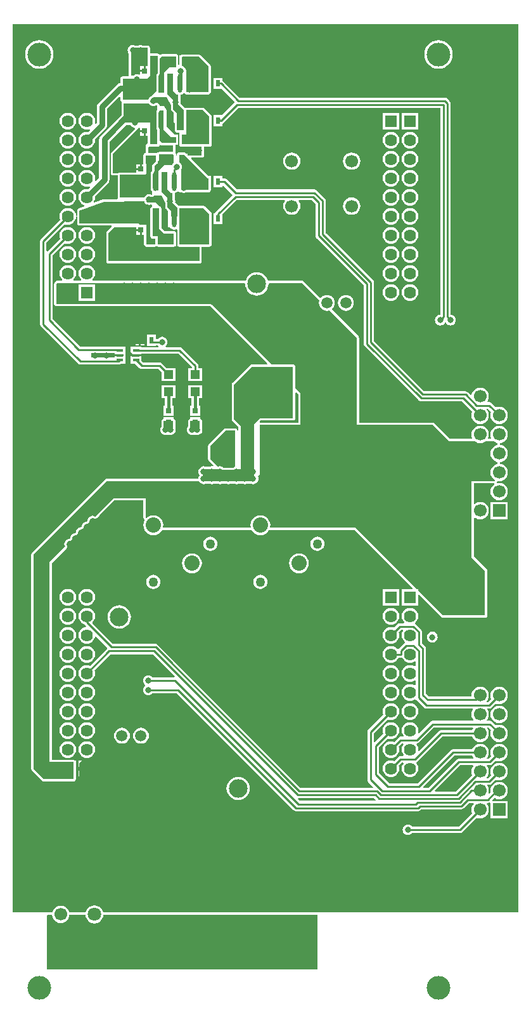
<source format=gtl>
G04*
G04 #@! TF.GenerationSoftware,Altium Limited,Altium Designer,18.0.7 (293)*
G04*
G04 Layer_Physical_Order=1*
G04 Layer_Color=255*
%FSLAX25Y25*%
%MOIN*%
G70*
G01*
G75*
%ADD12C,0.01000*%
%ADD17C,0.01500*%
%ADD19R,0.03000X0.03000*%
%ADD20R,0.02362X0.03543*%
%ADD21R,0.03347X0.01575*%
%ADD22O,0.02362X0.09843*%
%ADD23R,0.06299X0.12598*%
%ADD24R,0.11024X0.09449*%
%ADD25R,0.07874X0.04724*%
%ADD26R,0.07087X0.05118*%
%ADD27R,0.04331X0.08465*%
%ADD28R,0.04331X0.08465*%
%ADD29R,0.13780X0.08465*%
%ADD30R,0.05000X0.04500*%
%ADD31R,0.04724X0.07874*%
%ADD32R,0.03000X0.03000*%
%ADD59C,0.03000*%
%ADD60C,0.08000*%
%ADD61R,0.06378X0.06378*%
%ADD62C,0.06378*%
%ADD63R,0.05906X0.05906*%
%ADD64C,0.05906*%
%ADD65C,0.06693*%
%ADD66R,0.06693X0.06693*%
%ADD67C,0.07087*%
%ADD68C,0.03150*%
%ADD69C,0.05000*%
%ADD70C,0.12500*%
%ADD71C,0.09800*%
G36*
X267500Y58000D02*
X49134D01*
X49103Y58233D01*
X48627Y59383D01*
X47870Y60369D01*
X46883Y61127D01*
X45733Y61603D01*
X44500Y61765D01*
X43267Y61603D01*
X42117Y61127D01*
X41131Y60369D01*
X40373Y59383D01*
X39897Y58233D01*
X39867Y58000D01*
X31218D01*
X31194Y58182D01*
X30738Y59283D01*
X30013Y60229D01*
X29067Y60955D01*
X27965Y61411D01*
X26783Y61567D01*
X25602Y61411D01*
X24500Y60955D01*
X23554Y60229D01*
X22829Y59283D01*
X22372Y58182D01*
X22348Y58000D01*
X1500D01*
Y305000D01*
X1553D01*
X1600Y524300D01*
X267500D01*
Y58000D01*
D02*
G37*
G36*
X162000Y28083D02*
X19500D01*
Y56385D01*
X20000Y56796D01*
X22244D01*
X22372Y55818D01*
X22829Y54717D01*
X23554Y53771D01*
X24500Y53045D01*
X25602Y52589D01*
X26783Y52433D01*
X27965Y52589D01*
X29067Y53045D01*
X30013Y53771D01*
X30738Y54717D01*
X31194Y55818D01*
X31323Y56796D01*
X39762D01*
X39897Y55767D01*
X40373Y54617D01*
X41131Y53631D01*
X42117Y52873D01*
X43267Y52397D01*
X44500Y52235D01*
X45733Y52397D01*
X46883Y52873D01*
X47870Y53631D01*
X48627Y54617D01*
X49103Y55767D01*
X49238Y56796D01*
X162000D01*
Y28083D01*
D02*
G37*
%LPC*%
G36*
X68700Y513480D02*
X67981Y513385D01*
X67544Y513204D01*
X65856D01*
X65419Y513385D01*
X64700Y513480D01*
X63981Y513385D01*
X63310Y513107D01*
X63168Y512998D01*
X62949Y512851D01*
X62919Y512807D01*
X62735Y512666D01*
X62293Y512090D01*
X62015Y511419D01*
X61920Y510700D01*
X62015Y509981D01*
X62293Y509310D01*
X62596Y508915D01*
Y497400D01*
X62598Y497391D01*
X62280Y497004D01*
X59370D01*
X58910Y496913D01*
X58519Y496652D01*
X58258Y496261D01*
X58166Y495800D01*
Y493487D01*
X57600Y493412D01*
X56948Y493142D01*
X56388Y492712D01*
X46688Y483012D01*
X46258Y482452D01*
X45988Y481800D01*
X45942Y481450D01*
X45896Y481100D01*
X45896Y481100D01*
Y472720D01*
X45132Y471956D01*
X44708Y472239D01*
X44758Y472359D01*
X44908Y473500D01*
X44758Y474641D01*
X44317Y475704D01*
X43617Y476617D01*
X42704Y477317D01*
X41641Y477758D01*
X40500Y477908D01*
X39359Y477758D01*
X38296Y477317D01*
X37383Y476617D01*
X36683Y475704D01*
X36242Y474641D01*
X36092Y473500D01*
X36242Y472359D01*
X36683Y471296D01*
X37383Y470383D01*
X38296Y469683D01*
X39359Y469242D01*
X40500Y469092D01*
X41641Y469242D01*
X41761Y469292D01*
X42044Y468868D01*
X41015Y467840D01*
X40500Y467908D01*
X39359Y467758D01*
X38296Y467317D01*
X37383Y466617D01*
X36683Y465704D01*
X36242Y464641D01*
X36092Y463500D01*
X36242Y462359D01*
X36683Y461296D01*
X37383Y460383D01*
X38296Y459683D01*
X39359Y459242D01*
X40500Y459092D01*
X41641Y459242D01*
X42704Y459683D01*
X43617Y460383D01*
X44317Y461296D01*
X44758Y462359D01*
X44908Y463500D01*
X44840Y464015D01*
X50512Y469688D01*
X50942Y470248D01*
X51212Y470900D01*
X51304Y471600D01*
X51304Y471600D01*
Y479980D01*
X57704Y486380D01*
X58166Y486189D01*
Y484800D01*
X58258Y484339D01*
X58519Y483948D01*
X58910Y483687D01*
X58872Y483185D01*
X58796Y482800D01*
Y476920D01*
X47788Y465912D01*
X47358Y465352D01*
X47088Y464700D01*
X47042Y464350D01*
X46996Y464000D01*
X46996Y464000D01*
Y443820D01*
X45132Y441956D01*
X44708Y442240D01*
X44758Y442359D01*
X44908Y443500D01*
X44758Y444641D01*
X44317Y445704D01*
X43617Y446617D01*
X42704Y447317D01*
X41641Y447758D01*
X40500Y447908D01*
X39359Y447758D01*
X38296Y447317D01*
X37383Y446617D01*
X36683Y445704D01*
X36242Y444641D01*
X36092Y443500D01*
X36242Y442359D01*
X36683Y441296D01*
X37383Y440383D01*
X38296Y439683D01*
X39359Y439242D01*
X40500Y439092D01*
X41641Y439242D01*
X41761Y439292D01*
X42044Y438868D01*
X41015Y437840D01*
X40500Y437908D01*
X39359Y437758D01*
X38296Y437317D01*
X37383Y436617D01*
X36683Y435704D01*
X36242Y434641D01*
X36092Y433500D01*
X36242Y432359D01*
X36683Y431296D01*
X37383Y430383D01*
X38296Y429683D01*
X39128Y429338D01*
X39117Y428802D01*
X36187Y427731D01*
X36165Y427718D01*
X36139Y427713D01*
X35965Y427596D01*
X35785Y427487D01*
X35770Y427466D01*
X35748Y427452D01*
X35632Y427277D01*
X35508Y427108D01*
X35502Y427082D01*
X35487Y427061D01*
X35447Y426855D01*
X35397Y426651D01*
X35401Y426625D01*
X35396Y426600D01*
Y423624D01*
X34896Y423591D01*
X34857Y423883D01*
X34758Y424641D01*
X34317Y425704D01*
X33617Y426617D01*
X32704Y427317D01*
X31641Y427758D01*
X30500Y427908D01*
X29359Y427758D01*
X28296Y427317D01*
X27383Y426617D01*
X26683Y425704D01*
X26242Y424641D01*
X26092Y423500D01*
X26242Y422359D01*
X26445Y421869D01*
X16388Y411812D01*
X16016Y411256D01*
X15886Y410600D01*
Y366900D01*
X16016Y366244D01*
X16388Y365688D01*
X35863Y346213D01*
X36419Y345842D01*
X37075Y345711D01*
X57352D01*
X58008Y345842D01*
X58353Y346072D01*
X60822D01*
Y348632D01*
X60822D01*
Y349596D01*
X60904Y350009D01*
Y351190D01*
X60822Y351604D01*
Y352569D01*
X60822D01*
Y355128D01*
X57960D01*
X57652Y355189D01*
X36935D01*
X22414Y369710D01*
Y402990D01*
X28869Y409445D01*
X29359Y409242D01*
X30500Y409092D01*
X31641Y409242D01*
X32704Y409683D01*
X33617Y410383D01*
X34317Y411296D01*
X34758Y412359D01*
X34908Y413500D01*
X34758Y414641D01*
X34317Y415704D01*
X33617Y416617D01*
X32704Y417317D01*
X31641Y417758D01*
X30500Y417908D01*
X29359Y417758D01*
X28296Y417317D01*
X27383Y416617D01*
X26683Y415704D01*
X26242Y414641D01*
X26092Y413500D01*
X26242Y412359D01*
X26445Y411869D01*
X19814Y405238D01*
X19314Y405445D01*
Y409890D01*
X28869Y419445D01*
X29359Y419242D01*
X30500Y419092D01*
X31641Y419242D01*
X32704Y419683D01*
X33617Y420383D01*
X34317Y421296D01*
X34758Y422359D01*
X34857Y423117D01*
X34896Y423409D01*
X35396Y423376D01*
Y419900D01*
X35487Y419439D01*
X35748Y419049D01*
X36139Y418787D01*
X36600Y418696D01*
X53439Y418696D01*
X53631Y418234D01*
X51048Y415652D01*
X50787Y415261D01*
X50696Y414800D01*
X50696Y414800D01*
X50696Y400000D01*
X50787Y399539D01*
X51048Y399149D01*
X51439Y398887D01*
X51900Y398796D01*
X88800Y398796D01*
X88800Y398796D01*
X99800D01*
X100261Y398887D01*
X100652Y399149D01*
X100913Y399539D01*
X101004Y400000D01*
Y407500D01*
X101083Y407596D01*
X105000D01*
X105461Y407687D01*
X105851Y407948D01*
X106113Y408339D01*
X106204Y408800D01*
X106204Y424800D01*
X106204Y424800D01*
X106113Y425261D01*
X105851Y425652D01*
X105851Y425652D01*
X102851Y428652D01*
X102851Y428652D01*
X102461Y428913D01*
X102000Y429004D01*
X102000Y429004D01*
X89300Y429004D01*
X89039Y428952D01*
X89014Y428989D01*
X87001Y431002D01*
X87080Y431600D01*
X86985Y432319D01*
X86707Y432990D01*
X86704Y432994D01*
Y435800D01*
X86733Y435843D01*
X87422Y435980D01*
X88203Y436503D01*
X88466Y436896D01*
X88987Y436839D01*
X89249Y436448D01*
X89639Y436187D01*
X90100Y436096D01*
X90406D01*
X90578Y435980D01*
X91500Y435797D01*
X92422Y435980D01*
X92594Y436096D01*
X104500D01*
X104961Y436187D01*
X105351Y436448D01*
X105613Y436839D01*
X105704Y437300D01*
Y438847D01*
X105862D01*
Y444753D01*
X104550D01*
X95469Y453834D01*
X95661Y454296D01*
X101000Y454296D01*
X101461Y454387D01*
X101851Y454648D01*
X102113Y455039D01*
X102204Y455500D01*
Y457627D01*
X102280Y458200D01*
X102204Y458773D01*
Y460096D01*
X105000D01*
X105461Y460187D01*
X105851Y460449D01*
X106113Y460839D01*
X106204Y461300D01*
Y475800D01*
X106204Y475800D01*
X106113Y476261D01*
X105862Y476636D01*
Y476753D01*
X105750D01*
X102351Y480152D01*
X101961Y480413D01*
X101500Y480504D01*
X101500Y480504D01*
X93000D01*
X92539Y480413D01*
X92270Y480233D01*
X89808Y482695D01*
X89885Y482881D01*
X89980Y483600D01*
X89885Y484319D01*
X89704Y484756D01*
Y487300D01*
X89733Y487343D01*
X90422Y487480D01*
X91203Y488002D01*
X91389Y488281D01*
X91562Y488301D01*
X91958Y488233D01*
X92149Y487949D01*
X92539Y487687D01*
X93000Y487596D01*
X93406D01*
X93578Y487480D01*
X94500Y487297D01*
X95422Y487480D01*
X95594Y487596D01*
X104500D01*
X104961Y487687D01*
X105351Y487949D01*
X105613Y488339D01*
X105704Y488800D01*
Y490347D01*
X105862D01*
Y496253D01*
X105704D01*
Y502300D01*
X105704Y502300D01*
X105613Y502761D01*
X105351Y503152D01*
X100251Y508251D01*
X100251Y508251D01*
X99861Y508513D01*
X99400Y508604D01*
X99400Y508604D01*
X90754Y508604D01*
X90754Y508604D01*
X90293Y508513D01*
X89902Y508251D01*
X89832Y508181D01*
X89219D01*
Y507163D01*
X89196Y507046D01*
X89196Y507046D01*
X89196Y502952D01*
X89104Y502903D01*
X88604Y503203D01*
Y507600D01*
X88581Y507716D01*
Y508181D01*
X88432D01*
X88252Y508452D01*
X87861Y508713D01*
X87400Y508804D01*
X80200D01*
X79739Y508713D01*
X79348Y508452D01*
X79348Y508452D01*
X79346Y508449D01*
X78728Y508538D01*
X78651Y508651D01*
X78261Y508913D01*
X77800Y509004D01*
X74000D01*
X73704Y509247D01*
Y512000D01*
X73613Y512461D01*
X73352Y512851D01*
X72961Y513113D01*
X72500Y513204D01*
X69856D01*
X69419Y513385D01*
X68700Y513480D01*
D02*
G37*
G36*
X225500Y515967D02*
X224043Y515824D01*
X222642Y515399D01*
X221352Y514709D01*
X220220Y513780D01*
X219291Y512648D01*
X218601Y511357D01*
X218176Y509957D01*
X218033Y508500D01*
X218176Y507043D01*
X218601Y505643D01*
X219291Y504352D01*
X220220Y503220D01*
X221352Y502291D01*
X222642Y501601D01*
X224043Y501176D01*
X225500Y501033D01*
X226957Y501176D01*
X228358Y501601D01*
X229648Y502291D01*
X230780Y503220D01*
X231709Y504352D01*
X232399Y505643D01*
X232824Y507043D01*
X232967Y508500D01*
X232824Y509957D01*
X232399Y511357D01*
X231709Y512648D01*
X230780Y513780D01*
X229648Y514709D01*
X228358Y515399D01*
X226957Y515824D01*
X225500Y515967D01*
D02*
G37*
G36*
X15500D02*
X14043Y515824D01*
X12642Y515399D01*
X11351Y514709D01*
X10220Y513780D01*
X9291Y512648D01*
X8601Y511357D01*
X8176Y509957D01*
X8033Y508500D01*
X8176Y507043D01*
X8601Y505643D01*
X9291Y504352D01*
X10220Y503220D01*
X11351Y502291D01*
X12642Y501601D01*
X14043Y501176D01*
X15500Y501033D01*
X16957Y501176D01*
X18358Y501601D01*
X19648Y502291D01*
X20780Y503220D01*
X21709Y504352D01*
X22399Y505643D01*
X22824Y507043D01*
X22967Y508500D01*
X22824Y509957D01*
X22399Y511357D01*
X21709Y512648D01*
X20780Y513780D01*
X19648Y514709D01*
X18358Y515399D01*
X16957Y515824D01*
X15500Y515967D01*
D02*
G37*
G36*
X214870Y477870D02*
X206130D01*
Y469130D01*
X214870D01*
Y477870D01*
D02*
G37*
G36*
X204870D02*
X196130D01*
Y469130D01*
X204870D01*
Y477870D01*
D02*
G37*
G36*
X30500Y477908D02*
X29359Y477758D01*
X28296Y477317D01*
X27383Y476617D01*
X26683Y475704D01*
X26242Y474641D01*
X26092Y473500D01*
X26242Y472359D01*
X26683Y471296D01*
X27383Y470383D01*
X28296Y469683D01*
X29359Y469242D01*
X30500Y469092D01*
X31641Y469242D01*
X32704Y469683D01*
X33617Y470383D01*
X34317Y471296D01*
X34758Y472359D01*
X34908Y473500D01*
X34758Y474641D01*
X34317Y475704D01*
X33617Y476617D01*
X32704Y477317D01*
X31641Y477758D01*
X30500Y477908D01*
D02*
G37*
G36*
Y467908D02*
X29359Y467758D01*
X28296Y467317D01*
X27383Y466617D01*
X26683Y465704D01*
X26242Y464641D01*
X26092Y463500D01*
X26242Y462359D01*
X26683Y461296D01*
X27383Y460383D01*
X28296Y459683D01*
X29359Y459242D01*
X30500Y459092D01*
X31641Y459242D01*
X32704Y459683D01*
X33617Y460383D01*
X34317Y461296D01*
X34758Y462359D01*
X34908Y463500D01*
X34758Y464641D01*
X34317Y465704D01*
X33617Y466617D01*
X32704Y467317D01*
X31641Y467758D01*
X30500Y467908D01*
D02*
G37*
G36*
X210500Y467908D02*
X209359Y467758D01*
X208296Y467317D01*
X207383Y466617D01*
X206683Y465704D01*
X206242Y464641D01*
X206092Y463500D01*
X206242Y462359D01*
X206683Y461296D01*
X207383Y460383D01*
X208296Y459683D01*
X209359Y459242D01*
X210500Y459092D01*
X211641Y459242D01*
X212704Y459683D01*
X213617Y460383D01*
X214317Y461296D01*
X214758Y462359D01*
X214908Y463500D01*
X214758Y464641D01*
X214317Y465704D01*
X213617Y466617D01*
X212704Y467317D01*
X211641Y467758D01*
X210500Y467908D01*
D02*
G37*
G36*
X200500D02*
X199359Y467758D01*
X198296Y467317D01*
X197383Y466617D01*
X196683Y465704D01*
X196242Y464641D01*
X196092Y463500D01*
X196242Y462359D01*
X196683Y461296D01*
X197383Y460383D01*
X198296Y459683D01*
X199359Y459242D01*
X200500Y459092D01*
X201641Y459242D01*
X202704Y459683D01*
X203617Y460383D01*
X204317Y461296D01*
X204758Y462359D01*
X204908Y463500D01*
X204758Y464641D01*
X204317Y465704D01*
X203617Y466617D01*
X202704Y467317D01*
X201641Y467758D01*
X200500Y467908D01*
D02*
G37*
G36*
X40500Y457908D02*
X39359Y457758D01*
X38296Y457317D01*
X37383Y456617D01*
X36683Y455704D01*
X36242Y454641D01*
X36092Y453500D01*
X36242Y452359D01*
X36683Y451296D01*
X37383Y450383D01*
X38296Y449683D01*
X39359Y449242D01*
X40500Y449092D01*
X41641Y449242D01*
X42704Y449683D01*
X43617Y450383D01*
X44317Y451296D01*
X44758Y452359D01*
X44908Y453500D01*
X44758Y454641D01*
X44317Y455704D01*
X43617Y456617D01*
X42704Y457317D01*
X41641Y457758D01*
X40500Y457908D01*
D02*
G37*
G36*
X30500D02*
X29359Y457758D01*
X28296Y457317D01*
X27383Y456617D01*
X26683Y455704D01*
X26242Y454641D01*
X26092Y453500D01*
X26242Y452359D01*
X26683Y451296D01*
X27383Y450383D01*
X28296Y449683D01*
X29359Y449242D01*
X30500Y449092D01*
X31641Y449242D01*
X32704Y449683D01*
X33617Y450383D01*
X34317Y451296D01*
X34758Y452359D01*
X34908Y453500D01*
X34758Y454641D01*
X34317Y455704D01*
X33617Y456617D01*
X32704Y457317D01*
X31641Y457758D01*
X30500Y457908D01*
D02*
G37*
G36*
X210500Y457908D02*
X209359Y457758D01*
X208296Y457317D01*
X207383Y456617D01*
X206683Y455704D01*
X206242Y454641D01*
X206092Y453500D01*
X206242Y452359D01*
X206683Y451296D01*
X207383Y450383D01*
X208296Y449683D01*
X209359Y449242D01*
X210500Y449092D01*
X211641Y449242D01*
X212704Y449683D01*
X213617Y450383D01*
X214317Y451296D01*
X214758Y452359D01*
X214908Y453500D01*
X214758Y454641D01*
X214317Y455704D01*
X213617Y456617D01*
X212704Y457317D01*
X211641Y457758D01*
X210500Y457908D01*
D02*
G37*
G36*
X200500D02*
X199359Y457758D01*
X198296Y457317D01*
X197383Y456617D01*
X196683Y455704D01*
X196242Y454641D01*
X196092Y453500D01*
X196242Y452359D01*
X196683Y451296D01*
X197383Y450383D01*
X198296Y449683D01*
X199359Y449242D01*
X200500Y449092D01*
X201641Y449242D01*
X202704Y449683D01*
X203617Y450383D01*
X204317Y451296D01*
X204758Y452359D01*
X204908Y453500D01*
X204758Y454641D01*
X204317Y455704D01*
X203617Y456617D01*
X202704Y457317D01*
X201641Y457758D01*
X200500Y457908D01*
D02*
G37*
G36*
X179800Y457089D02*
X178618Y456933D01*
X177517Y456477D01*
X176571Y455751D01*
X175845Y454805D01*
X175389Y453704D01*
X175233Y452522D01*
X175389Y451340D01*
X175845Y450239D01*
X176571Y449293D01*
X177517Y448567D01*
X178618Y448111D01*
X179800Y447955D01*
X180982Y448111D01*
X182083Y448567D01*
X183029Y449293D01*
X183755Y450239D01*
X184211Y451340D01*
X184367Y452522D01*
X184211Y453704D01*
X183755Y454805D01*
X183029Y455751D01*
X182083Y456477D01*
X180982Y456933D01*
X179800Y457089D01*
D02*
G37*
G36*
X148304D02*
X147122Y456933D01*
X146021Y456477D01*
X145075Y455751D01*
X144349Y454805D01*
X143893Y453704D01*
X143737Y452522D01*
X143893Y451340D01*
X144349Y450239D01*
X145075Y449293D01*
X146021Y448567D01*
X147122Y448111D01*
X148304Y447955D01*
X149486Y448111D01*
X150587Y448567D01*
X151533Y449293D01*
X152259Y450239D01*
X152715Y451340D01*
X152871Y452522D01*
X152715Y453704D01*
X152259Y454805D01*
X151533Y455751D01*
X150587Y456477D01*
X149486Y456933D01*
X148304Y457089D01*
D02*
G37*
G36*
X30500Y447908D02*
X29359Y447758D01*
X28296Y447317D01*
X27383Y446617D01*
X26683Y445704D01*
X26242Y444641D01*
X26092Y443500D01*
X26242Y442359D01*
X26683Y441296D01*
X27383Y440383D01*
X28296Y439683D01*
X29359Y439242D01*
X30500Y439092D01*
X31641Y439242D01*
X32704Y439683D01*
X33617Y440383D01*
X34317Y441296D01*
X34758Y442359D01*
X34908Y443500D01*
X34758Y444641D01*
X34317Y445704D01*
X33617Y446617D01*
X32704Y447317D01*
X31641Y447758D01*
X30500Y447908D01*
D02*
G37*
G36*
X210500Y447908D02*
X209359Y447758D01*
X208296Y447317D01*
X207383Y446617D01*
X206683Y445704D01*
X206242Y444641D01*
X206092Y443500D01*
X206242Y442359D01*
X206683Y441296D01*
X207383Y440383D01*
X208296Y439683D01*
X209359Y439242D01*
X210500Y439092D01*
X211641Y439242D01*
X212704Y439683D01*
X213617Y440383D01*
X214317Y441296D01*
X214758Y442359D01*
X214908Y443500D01*
X214758Y444641D01*
X214317Y445704D01*
X213617Y446617D01*
X212704Y447317D01*
X211641Y447758D01*
X210500Y447908D01*
D02*
G37*
G36*
X200500D02*
X199359Y447758D01*
X198296Y447317D01*
X197383Y446617D01*
X196683Y445704D01*
X196242Y444641D01*
X196092Y443500D01*
X196242Y442359D01*
X196683Y441296D01*
X197383Y440383D01*
X198296Y439683D01*
X199359Y439242D01*
X200500Y439092D01*
X201641Y439242D01*
X202704Y439683D01*
X203617Y440383D01*
X204317Y441296D01*
X204758Y442359D01*
X204908Y443500D01*
X204758Y444641D01*
X204317Y445704D01*
X203617Y446617D01*
X202704Y447317D01*
X201641Y447758D01*
X200500Y447908D01*
D02*
G37*
G36*
X30500Y437908D02*
X29359Y437758D01*
X28296Y437317D01*
X27383Y436617D01*
X26683Y435704D01*
X26242Y434641D01*
X26092Y433500D01*
X26242Y432359D01*
X26683Y431296D01*
X27383Y430383D01*
X28296Y429683D01*
X29359Y429242D01*
X30500Y429092D01*
X31641Y429242D01*
X32704Y429683D01*
X33617Y430383D01*
X34317Y431296D01*
X34758Y432359D01*
X34908Y433500D01*
X34758Y434641D01*
X34317Y435704D01*
X33617Y436617D01*
X32704Y437317D01*
X31641Y437758D01*
X30500Y437908D01*
D02*
G37*
G36*
X210500Y437908D02*
X209359Y437758D01*
X208296Y437317D01*
X207383Y436617D01*
X206683Y435704D01*
X206242Y434641D01*
X206092Y433500D01*
X206242Y432359D01*
X206683Y431296D01*
X207383Y430383D01*
X208296Y429683D01*
X209359Y429242D01*
X210500Y429092D01*
X211641Y429242D01*
X212704Y429683D01*
X213617Y430383D01*
X214317Y431296D01*
X214758Y432359D01*
X214908Y433500D01*
X214758Y434641D01*
X214317Y435704D01*
X213617Y436617D01*
X212704Y437317D01*
X211641Y437758D01*
X210500Y437908D01*
D02*
G37*
G36*
X200500D02*
X199359Y437758D01*
X198296Y437317D01*
X197383Y436617D01*
X196683Y435704D01*
X196242Y434641D01*
X196092Y433500D01*
X196242Y432359D01*
X196683Y431296D01*
X197383Y430383D01*
X198296Y429683D01*
X199359Y429242D01*
X200500Y429092D01*
X201641Y429242D01*
X202704Y429683D01*
X203617Y430383D01*
X204317Y431296D01*
X204758Y432359D01*
X204908Y433500D01*
X204758Y434641D01*
X204317Y435704D01*
X203617Y436617D01*
X202704Y437317D01*
X201641Y437758D01*
X200500Y437908D01*
D02*
G37*
G36*
X179800Y433467D02*
X178618Y433311D01*
X177517Y432855D01*
X176571Y432129D01*
X175845Y431183D01*
X175389Y430082D01*
X175233Y428900D01*
X175389Y427718D01*
X175845Y426617D01*
X176571Y425671D01*
X177517Y424945D01*
X178618Y424489D01*
X179800Y424333D01*
X180982Y424489D01*
X182083Y424945D01*
X183029Y425671D01*
X183755Y426617D01*
X184211Y427718D01*
X184367Y428900D01*
X184211Y430082D01*
X183755Y431183D01*
X183029Y432129D01*
X182083Y432855D01*
X180982Y433311D01*
X179800Y433467D01*
D02*
G37*
G36*
X210500Y427908D02*
X209359Y427758D01*
X208296Y427317D01*
X207383Y426617D01*
X206683Y425704D01*
X206242Y424641D01*
X206092Y423500D01*
X206242Y422359D01*
X206683Y421296D01*
X207383Y420383D01*
X208296Y419683D01*
X209359Y419242D01*
X210500Y419092D01*
X211641Y419242D01*
X212704Y419683D01*
X213617Y420383D01*
X214317Y421296D01*
X214758Y422359D01*
X214908Y423500D01*
X214758Y424641D01*
X214317Y425704D01*
X213617Y426617D01*
X212704Y427317D01*
X211641Y427758D01*
X210500Y427908D01*
D02*
G37*
G36*
X200500D02*
X199359Y427758D01*
X198296Y427317D01*
X197383Y426617D01*
X196683Y425704D01*
X196242Y424641D01*
X196092Y423500D01*
X196242Y422359D01*
X196683Y421296D01*
X197383Y420383D01*
X198296Y419683D01*
X199359Y419242D01*
X200500Y419092D01*
X201641Y419242D01*
X202704Y419683D01*
X203617Y420383D01*
X204317Y421296D01*
X204758Y422359D01*
X204908Y423500D01*
X204758Y424641D01*
X204317Y425704D01*
X203617Y426617D01*
X202704Y427317D01*
X201641Y427758D01*
X200500Y427908D01*
D02*
G37*
G36*
X40500Y417908D02*
X39359Y417758D01*
X38296Y417317D01*
X37383Y416617D01*
X36683Y415704D01*
X36242Y414641D01*
X36092Y413500D01*
X36242Y412359D01*
X36683Y411296D01*
X37383Y410383D01*
X38296Y409683D01*
X39359Y409242D01*
X40500Y409092D01*
X41641Y409242D01*
X42704Y409683D01*
X43617Y410383D01*
X44317Y411296D01*
X44758Y412359D01*
X44908Y413500D01*
X44758Y414641D01*
X44317Y415704D01*
X43617Y416617D01*
X42704Y417317D01*
X41641Y417758D01*
X40500Y417908D01*
D02*
G37*
G36*
X210500Y417908D02*
X209359Y417758D01*
X208296Y417317D01*
X207383Y416617D01*
X206683Y415704D01*
X206242Y414641D01*
X206092Y413500D01*
X206242Y412359D01*
X206683Y411296D01*
X207383Y410383D01*
X208296Y409683D01*
X209359Y409242D01*
X210500Y409092D01*
X211641Y409242D01*
X212704Y409683D01*
X213617Y410383D01*
X214317Y411296D01*
X214758Y412359D01*
X214908Y413500D01*
X214758Y414641D01*
X214317Y415704D01*
X213617Y416617D01*
X212704Y417317D01*
X211641Y417758D01*
X210500Y417908D01*
D02*
G37*
G36*
X200500D02*
X199359Y417758D01*
X198296Y417317D01*
X197383Y416617D01*
X196683Y415704D01*
X196242Y414641D01*
X196092Y413500D01*
X196242Y412359D01*
X196683Y411296D01*
X197383Y410383D01*
X198296Y409683D01*
X199359Y409242D01*
X200500Y409092D01*
X201641Y409242D01*
X202704Y409683D01*
X203617Y410383D01*
X204317Y411296D01*
X204758Y412359D01*
X204908Y413500D01*
X204758Y414641D01*
X204317Y415704D01*
X203617Y416617D01*
X202704Y417317D01*
X201641Y417758D01*
X200500Y417908D01*
D02*
G37*
G36*
X40500Y407908D02*
X39359Y407758D01*
X38296Y407317D01*
X37383Y406617D01*
X36683Y405704D01*
X36242Y404641D01*
X36092Y403500D01*
X36242Y402359D01*
X36683Y401296D01*
X37383Y400383D01*
X38296Y399683D01*
X39359Y399242D01*
X40500Y399092D01*
X41641Y399242D01*
X42704Y399683D01*
X43617Y400383D01*
X44317Y401296D01*
X44758Y402359D01*
X44908Y403500D01*
X44758Y404641D01*
X44317Y405704D01*
X43617Y406617D01*
X42704Y407317D01*
X41641Y407758D01*
X40500Y407908D01*
D02*
G37*
G36*
X30500D02*
X29359Y407758D01*
X28296Y407317D01*
X27383Y406617D01*
X26683Y405704D01*
X26242Y404641D01*
X26092Y403500D01*
X26242Y402359D01*
X26683Y401296D01*
X27383Y400383D01*
X28296Y399683D01*
X29359Y399242D01*
X30500Y399092D01*
X31641Y399242D01*
X32704Y399683D01*
X33617Y400383D01*
X34317Y401296D01*
X34758Y402359D01*
X34908Y403500D01*
X34758Y404641D01*
X34317Y405704D01*
X33617Y406617D01*
X32704Y407317D01*
X31641Y407758D01*
X30500Y407908D01*
D02*
G37*
G36*
X210500Y407908D02*
X209359Y407758D01*
X208296Y407317D01*
X207383Y406617D01*
X206683Y405704D01*
X206242Y404641D01*
X206092Y403500D01*
X206242Y402359D01*
X206683Y401296D01*
X207383Y400383D01*
X208296Y399683D01*
X209359Y399242D01*
X210500Y399092D01*
X211641Y399242D01*
X212704Y399683D01*
X213617Y400383D01*
X214317Y401296D01*
X214758Y402359D01*
X214908Y403500D01*
X214758Y404641D01*
X214317Y405704D01*
X213617Y406617D01*
X212704Y407317D01*
X211641Y407758D01*
X210500Y407908D01*
D02*
G37*
G36*
X200500D02*
X199359Y407758D01*
X198296Y407317D01*
X197383Y406617D01*
X196683Y405704D01*
X196242Y404641D01*
X196092Y403500D01*
X196242Y402359D01*
X196683Y401296D01*
X197383Y400383D01*
X198296Y399683D01*
X199359Y399242D01*
X200500Y399092D01*
X201641Y399242D01*
X202704Y399683D01*
X203617Y400383D01*
X204317Y401296D01*
X204758Y402359D01*
X204908Y403500D01*
X204758Y404641D01*
X204317Y405704D01*
X203617Y406617D01*
X202704Y407317D01*
X201641Y407758D01*
X200500Y407908D01*
D02*
G37*
G36*
X40500Y397908D02*
X39359Y397758D01*
X38296Y397317D01*
X37383Y396617D01*
X36683Y395704D01*
X36242Y394641D01*
X36092Y393500D01*
X36242Y392359D01*
X36683Y391296D01*
X37383Y390383D01*
X37651Y390178D01*
X37490Y389704D01*
X33510D01*
X33349Y390178D01*
X33617Y390383D01*
X34317Y391296D01*
X34758Y392359D01*
X34908Y393500D01*
X34758Y394641D01*
X34317Y395704D01*
X33617Y396617D01*
X32704Y397317D01*
X31641Y397758D01*
X30500Y397908D01*
X29359Y397758D01*
X28296Y397317D01*
X27383Y396617D01*
X26683Y395704D01*
X26242Y394641D01*
X26092Y393500D01*
X26242Y392359D01*
X26683Y391296D01*
X27383Y390383D01*
X27651Y390178D01*
X27490Y389704D01*
X25000D01*
X25000Y389704D01*
X24539Y389613D01*
X24148Y389352D01*
X24148Y389352D01*
X23649Y388851D01*
X23387Y388461D01*
X23296Y388000D01*
X23296Y388000D01*
Y377500D01*
X23387Y377039D01*
X23649Y376648D01*
X24039Y376387D01*
X24500Y376296D01*
X40062D01*
X40139Y376311D01*
X40219Y376306D01*
X40667Y376365D01*
X41115Y376306D01*
X41194Y376311D01*
X41272Y376296D01*
X44395D01*
X44473Y376311D01*
X44552Y376306D01*
X45000Y376365D01*
D01*
X45448Y376306D01*
X45527Y376311D01*
D01*
X45605Y376296D01*
X48728D01*
X48806Y376311D01*
X48885Y376306D01*
X49333Y376365D01*
X49781Y376306D01*
X49861Y376311D01*
D01*
X49938Y376296D01*
X105501D01*
X135631Y346166D01*
X135439Y345704D01*
X127500D01*
X127500Y345704D01*
X127039Y345613D01*
X126648Y345352D01*
X117415Y336118D01*
X116929D01*
Y335523D01*
X116887Y335461D01*
X116796Y335000D01*
X116796Y335000D01*
Y317000D01*
X116796Y317000D01*
X116887Y316539D01*
X117148Y316148D01*
X117148Y316148D01*
X120296Y313001D01*
Y293027D01*
X119796Y292722D01*
X119704Y292769D01*
Y311000D01*
X119613Y311461D01*
X119351Y311852D01*
X118961Y312113D01*
X118500Y312204D01*
X113500D01*
X113500Y312204D01*
X113039Y312113D01*
X112648Y311852D01*
X104648Y303852D01*
X104387Y303461D01*
X104296Y303000D01*
X104296Y303000D01*
Y296000D01*
X104387Y295539D01*
X104648Y295148D01*
X107116Y292681D01*
X106882Y292207D01*
X106333Y292280D01*
X105614Y292185D01*
X105256Y292037D01*
X103077D01*
X102719Y292185D01*
X102000Y292280D01*
X101281Y292185D01*
X100610Y291907D01*
X100034Y291465D01*
X99593Y290890D01*
X99315Y290219D01*
X99220Y289500D01*
X99315Y288781D01*
X99593Y288110D01*
X99984Y287600D01*
X99593Y287090D01*
X99315Y286419D01*
X99221Y285704D01*
X51000D01*
X50539Y285613D01*
X50148Y285351D01*
X50148Y285351D01*
X11648Y246851D01*
X11387Y246461D01*
X11296Y246000D01*
X11296Y246000D01*
Y133500D01*
X11387Y133039D01*
X11648Y132649D01*
X11648Y132649D01*
X17148Y127148D01*
X17149Y127148D01*
X17539Y126887D01*
X18000Y126796D01*
X18000Y126796D01*
X33500Y126796D01*
X33961Y126887D01*
X34352Y127148D01*
X34613Y127539D01*
X34704Y128000D01*
Y129130D01*
X34870D01*
Y137870D01*
X34324D01*
X33961Y138113D01*
X33500Y138204D01*
X22204D01*
Y241501D01*
X29601Y248899D01*
Y248899D01*
X29888Y249185D01*
X29975Y249316D01*
X30079Y249434D01*
X30105Y249509D01*
X30149Y249575D01*
X30180Y249730D01*
X30230Y249879D01*
X30225Y249958D01*
X30240Y250036D01*
X30210Y250191D01*
X30199Y250348D01*
X30164Y250419D01*
X30149Y250497D01*
X30140Y250511D01*
X29924Y251031D01*
X29871Y251436D01*
X29924Y251841D01*
X30081Y252218D01*
X30329Y252542D01*
X30653Y252791D01*
X31031Y252948D01*
X31414Y252998D01*
X31450Y253010D01*
X31488Y253010D01*
X31671Y253085D01*
X31859Y253149D01*
X31888Y253174D01*
X31923Y253189D01*
X32216Y253383D01*
X32218Y253386D01*
X32221Y253387D01*
X32385Y253551D01*
X32549Y253715D01*
X32550Y253718D01*
X32552Y253720D01*
X32747Y254013D01*
X32762Y254048D01*
X32787Y254077D01*
X32850Y254265D01*
X32926Y254448D01*
X32926Y254486D01*
X32938Y254522D01*
X32988Y254905D01*
X33145Y255282D01*
X33393Y255607D01*
X33718Y255855D01*
X34095Y256012D01*
X34478Y256062D01*
X34514Y256074D01*
X34552Y256074D01*
X34735Y256150D01*
X34923Y256213D01*
X34952Y256238D01*
X34987Y256253D01*
X35280Y256448D01*
X35282Y256450D01*
X35285Y256451D01*
X35449Y256615D01*
X35613Y256779D01*
X35614Y256782D01*
X35617Y256784D01*
X35811Y257077D01*
X35826Y257113D01*
X35851Y257141D01*
X35915Y257329D01*
X35990Y257512D01*
X35990Y257550D01*
X36002Y257586D01*
X36052Y257969D01*
X36209Y258347D01*
X36457Y258671D01*
X36782Y258920D01*
X37159Y259076D01*
X37364Y259103D01*
X37484Y259144D01*
X37610Y259162D01*
X38000Y259301D01*
X38053Y259333D01*
X38114Y259348D01*
X38254Y259452D01*
X38403Y259541D01*
X38441Y259591D01*
X38491Y259629D01*
X38580Y259778D01*
X38684Y259918D01*
X38699Y259979D01*
X38731Y260032D01*
X38870Y260422D01*
X38888Y260548D01*
X38929Y260668D01*
X38956Y260873D01*
X39113Y261250D01*
X39361Y261575D01*
X39685Y261823D01*
X40063Y261980D01*
X40446Y262030D01*
X40482Y262042D01*
X40520Y262042D01*
X40703Y262118D01*
X40891Y262181D01*
X40920Y262206D01*
X40955Y262221D01*
X41248Y262416D01*
X41250Y262418D01*
X41253Y262419D01*
X41417Y262583D01*
X41581Y262747D01*
X41582Y262750D01*
X41585Y262752D01*
X41779Y263045D01*
X41794Y263081D01*
X41819Y263109D01*
X41883Y263297D01*
X41958Y263480D01*
X41958Y263518D01*
X41970Y263554D01*
X42020Y263937D01*
X42177Y264315D01*
X42425Y264639D01*
X42750Y264887D01*
X43127Y265044D01*
X43532Y265097D01*
X43937Y265044D01*
X44457Y264828D01*
X44471Y264819D01*
X44549Y264804D01*
X44620Y264769D01*
X44777Y264758D01*
X44932Y264727D01*
X45009Y264743D01*
X45089Y264738D01*
X45238Y264788D01*
X45393Y264819D01*
X45458Y264863D01*
X45534Y264889D01*
X45652Y264993D01*
X45783Y265080D01*
X47015Y266312D01*
X54999Y274296D01*
X70296D01*
Y265391D01*
X70334Y265198D01*
X70360Y265003D01*
X70380Y264969D01*
X70387Y264930D01*
X70497Y264767D01*
X70595Y264597D01*
X70626Y264573D01*
X70648Y264540D01*
X70765Y264462D01*
X70827Y264384D01*
X70974Y263913D01*
X70452Y262652D01*
X70274Y261300D01*
X70452Y259947D01*
X70974Y258687D01*
X71805Y257605D01*
X72887Y256774D01*
X74147Y256252D01*
X75500Y256074D01*
X76853Y256252D01*
X78113Y256774D01*
X79195Y257605D01*
X80026Y258687D01*
X80055Y258705D01*
X80473Y258887D01*
X80665Y258849D01*
X80855Y258798D01*
X80895Y258804D01*
X80934Y258796D01*
X126366Y258796D01*
X126405Y258804D01*
X126445Y258798D01*
X126635Y258849D01*
X126827Y258887D01*
X127245Y258705D01*
X127274Y258687D01*
X128105Y257605D01*
X129187Y256774D01*
X130447Y256252D01*
X131800Y256074D01*
X133152Y256252D01*
X134413Y256774D01*
X135495Y257605D01*
X136326Y258687D01*
X136355Y258705D01*
X136773Y258887D01*
X136965Y258849D01*
X137155Y258798D01*
X137195Y258804D01*
X137234Y258796D01*
X181501Y258796D01*
X211965Y228332D01*
X211774Y227870D01*
X206130D01*
Y219130D01*
X214870D01*
Y224774D01*
X215332Y224965D01*
X227149Y213148D01*
X227539Y212887D01*
X228000Y212796D01*
X228000Y212796D01*
X250000D01*
X250461Y212887D01*
X250851Y213148D01*
X251113Y213539D01*
X251204Y214000D01*
Y237500D01*
X251113Y237961D01*
X250851Y238351D01*
X250851Y238351D01*
X244204Y244999D01*
Y245796D01*
Y265180D01*
X244653Y265401D01*
X245117Y265045D01*
X246218Y264589D01*
X247400Y264433D01*
X248582Y264589D01*
X249683Y265045D01*
X250629Y265771D01*
X251355Y266717D01*
X251811Y267818D01*
X251967Y269000D01*
X251811Y270182D01*
X251355Y271283D01*
X250629Y272229D01*
X249683Y272955D01*
X248582Y273411D01*
X247400Y273567D01*
X246218Y273411D01*
X245117Y272955D01*
X244653Y272599D01*
X244204Y272820D01*
Y275343D01*
Y277792D01*
X244204Y277792D01*
X244204Y277792D01*
X244179Y277918D01*
X244183Y277975D01*
X244048Y279000D01*
X244183Y280025D01*
X244179Y280082D01*
X244204Y280208D01*
X244204Y280208D01*
X244204Y280208D01*
Y283296D01*
X254740D01*
X254909Y282796D01*
X254171Y282229D01*
X253445Y281283D01*
X252989Y280182D01*
X252833Y279000D01*
X252989Y277818D01*
X253445Y276717D01*
X254171Y275771D01*
X255117Y275045D01*
X256218Y274589D01*
X257400Y274433D01*
X258582Y274589D01*
X259683Y275045D01*
X260629Y275771D01*
X261355Y276717D01*
X261811Y277818D01*
X261967Y279000D01*
X261811Y280182D01*
X261355Y281283D01*
X260629Y282229D01*
X259683Y282955D01*
X258582Y283411D01*
X257400Y283567D01*
X256445Y283441D01*
X256288Y283633D01*
X256159Y283908D01*
X256173Y283941D01*
X256239Y284039D01*
X256262Y284156D01*
X256307Y284265D01*
X256368Y284569D01*
X257400Y284433D01*
X258582Y284589D01*
X259683Y285045D01*
X260629Y285771D01*
X261355Y286717D01*
X261811Y287818D01*
X261967Y289000D01*
X261811Y290182D01*
X261355Y291283D01*
X260629Y292229D01*
X259683Y292955D01*
X258582Y293411D01*
X257704Y293527D01*
Y294473D01*
X258582Y294589D01*
X259683Y295045D01*
X260629Y295771D01*
X261355Y296717D01*
X261811Y297818D01*
X261967Y299000D01*
X261811Y300182D01*
X261355Y301283D01*
X260629Y302229D01*
X259683Y302955D01*
X258582Y303411D01*
X257704Y303527D01*
Y304473D01*
X258582Y304589D01*
X259683Y305045D01*
X260629Y305771D01*
X261355Y306717D01*
X261811Y307818D01*
X261967Y309000D01*
X261811Y310182D01*
X261355Y311283D01*
X260629Y312229D01*
X259683Y312955D01*
X258582Y313411D01*
X257400Y313567D01*
X256218Y313411D01*
X255117Y312955D01*
X254171Y312229D01*
X253445Y311283D01*
X252989Y310182D01*
X252833Y309000D01*
X252989Y307818D01*
X253243Y307204D01*
X252909Y306704D01*
X251891D01*
X251557Y307204D01*
X251811Y307818D01*
X251967Y309000D01*
X251811Y310182D01*
X251355Y311283D01*
X250629Y312229D01*
X249683Y312955D01*
X248582Y313411D01*
X247400Y313567D01*
X246218Y313411D01*
X245117Y312955D01*
X244171Y312229D01*
X243445Y311283D01*
X242989Y310182D01*
X242833Y309000D01*
X242989Y307818D01*
X243243Y307204D01*
X242909Y306704D01*
X231499D01*
X223352Y314851D01*
X222961Y315113D01*
X222500Y315204D01*
X222500Y315204D01*
X183704D01*
Y359800D01*
X183613Y360261D01*
X183352Y360651D01*
X169509Y374494D01*
X169542Y374993D01*
X169748Y375152D01*
X170411Y376015D01*
X170827Y377021D01*
X170969Y378100D01*
X170827Y379179D01*
X170411Y380185D01*
X169748Y381048D01*
X168885Y381711D01*
X167879Y382127D01*
X166800Y382270D01*
X165721Y382127D01*
X164715Y381711D01*
X163852Y381048D01*
X163693Y380842D01*
X163194Y380809D01*
X154651Y389352D01*
X154261Y389613D01*
X153800Y389704D01*
X153800Y389704D01*
X136433D01*
X136404Y389698D01*
X136374Y389703D01*
X136175Y389653D01*
X135973Y389613D01*
X135737Y390037D01*
X135645Y390338D01*
X135081Y391395D01*
X134321Y392321D01*
X133395Y393081D01*
X132338Y393645D01*
X131192Y393993D01*
X130000Y394110D01*
X128808Y393993D01*
X127662Y393645D01*
X126605Y393081D01*
X125679Y392321D01*
X124919Y391395D01*
X124355Y390338D01*
X124263Y390037D01*
X124027Y389613D01*
X123825Y389653D01*
X123626Y389703D01*
X123596Y389698D01*
X123566Y389704D01*
X86739Y389704D01*
X86167Y389780D01*
X85594Y389704D01*
X82406D01*
X81833Y389780D01*
X81260Y389704D01*
X78073D01*
X77500Y389780D01*
X76927Y389704D01*
X73740D01*
X73167Y389780D01*
X72594Y389704D01*
X69406D01*
X68833Y389780D01*
X68260Y389704D01*
X65073D01*
X64500Y389780D01*
X63927Y389704D01*
X60740D01*
X60167Y389780D01*
X59594Y389704D01*
X43510Y389704D01*
X43349Y390178D01*
X43617Y390383D01*
X44317Y391296D01*
X44758Y392359D01*
X44908Y393500D01*
X44758Y394641D01*
X44317Y395704D01*
X43617Y396617D01*
X42704Y397317D01*
X41641Y397758D01*
X40500Y397908D01*
D02*
G37*
G36*
X210500Y397908D02*
X209359Y397758D01*
X208296Y397317D01*
X207383Y396617D01*
X206683Y395704D01*
X206242Y394641D01*
X206092Y393500D01*
X206242Y392359D01*
X206683Y391296D01*
X207383Y390383D01*
X208296Y389683D01*
X209359Y389242D01*
X210500Y389092D01*
X211641Y389242D01*
X212704Y389683D01*
X213617Y390383D01*
X214317Y391296D01*
X214758Y392359D01*
X214908Y393500D01*
X214758Y394641D01*
X214317Y395704D01*
X213617Y396617D01*
X212704Y397317D01*
X211641Y397758D01*
X210500Y397908D01*
D02*
G37*
G36*
X200500D02*
X199359Y397758D01*
X198296Y397317D01*
X197383Y396617D01*
X196683Y395704D01*
X196242Y394641D01*
X196092Y393500D01*
X196242Y392359D01*
X196683Y391296D01*
X197383Y390383D01*
X198296Y389683D01*
X199359Y389242D01*
X200500Y389092D01*
X201641Y389242D01*
X202704Y389683D01*
X203617Y390383D01*
X204317Y391296D01*
X204758Y392359D01*
X204908Y393500D01*
X204758Y394641D01*
X204317Y395704D01*
X203617Y396617D01*
X202704Y397317D01*
X201641Y397758D01*
X200500Y397908D01*
D02*
G37*
G36*
X210500Y387908D02*
X209359Y387758D01*
X208296Y387317D01*
X207383Y386617D01*
X206683Y385704D01*
X206242Y384641D01*
X206092Y383500D01*
X206242Y382359D01*
X206683Y381296D01*
X207383Y380383D01*
X208296Y379683D01*
X209359Y379242D01*
X210500Y379092D01*
X211641Y379242D01*
X212704Y379683D01*
X213617Y380383D01*
X214317Y381296D01*
X214758Y382359D01*
X214908Y383500D01*
X214758Y384641D01*
X214317Y385704D01*
X213617Y386617D01*
X212704Y387317D01*
X211641Y387758D01*
X210500Y387908D01*
D02*
G37*
G36*
X200500D02*
X199359Y387758D01*
X198296Y387317D01*
X197383Y386617D01*
X196683Y385704D01*
X196242Y384641D01*
X196092Y383500D01*
X196242Y382359D01*
X196683Y381296D01*
X197383Y380383D01*
X198296Y379683D01*
X199359Y379242D01*
X200500Y379092D01*
X201641Y379242D01*
X202704Y379683D01*
X203617Y380383D01*
X204317Y381296D01*
X204758Y382359D01*
X204908Y383500D01*
X204758Y384641D01*
X204317Y385704D01*
X203617Y386617D01*
X202704Y387317D01*
X201641Y387758D01*
X200500Y387908D01*
D02*
G37*
G36*
X176800Y382270D02*
X175721Y382127D01*
X174715Y381711D01*
X173852Y381048D01*
X173189Y380185D01*
X172773Y379179D01*
X172631Y378100D01*
X172773Y377021D01*
X173189Y376015D01*
X173852Y375152D01*
X174715Y374489D01*
X175721Y374073D01*
X176800Y373931D01*
X177879Y374073D01*
X178885Y374489D01*
X179748Y375152D01*
X180411Y376015D01*
X180827Y377021D01*
X180970Y378100D01*
X180827Y379179D01*
X180411Y380185D01*
X179748Y381048D01*
X178885Y381711D01*
X177879Y382127D01*
X176800Y382270D01*
D02*
G37*
G36*
X111768Y496253D02*
X107043D01*
Y490347D01*
X111615D01*
X118217Y483745D01*
X118175Y483312D01*
X111615Y476753D01*
X107043D01*
Y470847D01*
X111768D01*
Y472233D01*
X112299Y472588D01*
X120097Y480386D01*
X226386D01*
Y371780D01*
X225666Y371685D01*
X224996Y371407D01*
X224420Y370966D01*
X223979Y370390D01*
X223701Y369719D01*
X223606Y369000D01*
X223701Y368281D01*
X223979Y367610D01*
X224420Y367035D01*
X224996Y366593D01*
X225666Y366315D01*
X226386Y366220D01*
X227105Y366315D01*
X227776Y366593D01*
X228351Y367035D01*
X228793Y367610D01*
X228829Y367698D01*
X229371D01*
X229407Y367610D01*
X229849Y367035D01*
X230424Y366593D01*
X231095Y366315D01*
X231814Y366220D01*
X232534Y366315D01*
X233204Y366593D01*
X233780Y367035D01*
X234221Y367610D01*
X234499Y368281D01*
X234594Y369000D01*
X234499Y369719D01*
X234221Y370390D01*
X233780Y370966D01*
X233204Y371407D01*
X232534Y371685D01*
X231814Y371780D01*
Y482928D01*
X231684Y483584D01*
X231312Y484140D01*
X230140Y485312D01*
X229584Y485684D01*
X228928Y485814D01*
X120997D01*
X112299Y494512D01*
X111768Y494867D01*
Y496253D01*
D02*
G37*
G36*
X70681Y356600D02*
X69000D01*
Y355628D01*
X70681D01*
Y356600D01*
D02*
G37*
G36*
X68000D02*
X66319D01*
Y355628D01*
X68000D01*
Y356600D01*
D02*
G37*
G36*
X76768Y361353D02*
X72043D01*
Y356600D01*
Y355447D01*
X76768D01*
Y355786D01*
X77942D01*
X78135Y355535D01*
X78345Y355373D01*
X78175Y354873D01*
X69287D01*
Y355128D01*
X63578D01*
Y351191D01*
X63759D01*
Y351100D01*
X65400D01*
Y351191D01*
X69287D01*
Y351445D01*
X88631D01*
X95745Y344331D01*
X95687Y343831D01*
X93819D01*
Y336969D01*
X101181D01*
Y343831D01*
X99214D01*
Y345000D01*
X99084Y345656D01*
X98712Y346212D01*
X90553Y354371D01*
X89997Y354743D01*
X89341Y354873D01*
X82025D01*
X81855Y355373D01*
X82065Y355535D01*
X82507Y356110D01*
X82785Y356781D01*
X82827Y357100D01*
D01*
X82880Y357500D01*
X82785Y358219D01*
X82507Y358890D01*
X82065Y359466D01*
X81490Y359907D01*
X80819Y360185D01*
X80100Y360280D01*
X79381Y360185D01*
X78710Y359907D01*
X78135Y359466D01*
X77942Y359214D01*
X76768D01*
Y361353D01*
D02*
G37*
G36*
X65400Y350100D02*
X63759D01*
Y350009D01*
X63578D01*
Y346072D01*
X65977D01*
X68161Y343888D01*
X68717Y343516D01*
X69373Y343386D01*
X77990D01*
X79719Y341657D01*
Y336969D01*
X87081D01*
Y343419D01*
Y343831D01*
X82393D01*
X79912Y346312D01*
X79356Y346684D01*
X78700Y346814D01*
X70083D01*
X69287Y347611D01*
Y349000D01*
Y350009D01*
X65400D01*
Y350100D01*
D02*
G37*
G36*
X101181Y334831D02*
X93819D01*
Y327969D01*
X95531D01*
Y324081D01*
X94819D01*
Y318719D01*
X100181D01*
Y324081D01*
X99469D01*
Y327969D01*
X101181D01*
Y334831D01*
D02*
G37*
G36*
X87081D02*
X79719D01*
Y327969D01*
X81431D01*
Y324081D01*
X80719D01*
Y318719D01*
X86081D01*
Y324081D01*
X85369D01*
Y327969D01*
X87081D01*
Y334831D01*
D02*
G37*
G36*
X111768Y444753D02*
X107043D01*
Y438847D01*
X111768D01*
Y439701D01*
X112268Y439908D01*
X117276Y434900D01*
X108288Y425912D01*
X107916Y425356D01*
X107896Y425253D01*
X107138D01*
Y419347D01*
X111862D01*
Y424638D01*
X119410Y432186D01*
X144488D01*
X144735Y431686D01*
X144349Y431183D01*
X143893Y430082D01*
X143737Y428900D01*
X143893Y427718D01*
X144349Y426617D01*
X145075Y425671D01*
X146021Y424945D01*
X147122Y424489D01*
X148304Y424333D01*
X149486Y424489D01*
X150587Y424945D01*
X151533Y425671D01*
X152259Y426617D01*
X152715Y427718D01*
X152871Y428900D01*
X152715Y430082D01*
X152259Y431183D01*
X151873Y431686D01*
X152120Y432186D01*
X158690D01*
X160786Y430090D01*
Y413400D01*
X160916Y412744D01*
X161288Y412188D01*
X186186Y387290D01*
Y356572D01*
X186316Y355916D01*
X186688Y355360D01*
X215260Y326788D01*
X215816Y326416D01*
X216472Y326286D01*
X237690D01*
X243225Y320751D01*
X242989Y320182D01*
X242833Y319000D01*
X242989Y317818D01*
X243445Y316717D01*
X244171Y315771D01*
X245117Y315045D01*
X246218Y314589D01*
X247400Y314433D01*
X248582Y314589D01*
X249683Y315045D01*
X250629Y315771D01*
X251355Y316717D01*
X251811Y317818D01*
X251967Y319000D01*
X251811Y320182D01*
X251355Y321283D01*
X250785Y322026D01*
X250983Y322452D01*
X251476Y322500D01*
X253225Y320751D01*
X252989Y320182D01*
X252833Y319000D01*
X252989Y317818D01*
X253445Y316717D01*
X254171Y315771D01*
X255117Y315045D01*
X256218Y314589D01*
X257400Y314433D01*
X258582Y314589D01*
X259683Y315045D01*
X260629Y315771D01*
X261355Y316717D01*
X261811Y317818D01*
X261967Y319000D01*
X261811Y320182D01*
X261355Y321283D01*
X260629Y322229D01*
X259683Y322955D01*
X258582Y323411D01*
X257400Y323567D01*
X256218Y323411D01*
X255649Y323175D01*
X253359Y325465D01*
X252802Y325837D01*
X252147Y325968D01*
X251345D01*
X251124Y326416D01*
X251355Y326717D01*
X251811Y327818D01*
X251967Y329000D01*
X251811Y330182D01*
X251355Y331283D01*
X250629Y332229D01*
X249683Y332955D01*
X248582Y333411D01*
X247400Y333567D01*
X246218Y333411D01*
X245117Y332955D01*
X244171Y332229D01*
X243445Y331283D01*
X242989Y330182D01*
X242939Y329806D01*
X242466Y329645D01*
X240899Y331212D01*
X240343Y331584D01*
X239687Y331714D01*
X218010D01*
X191614Y358110D01*
Y388828D01*
X191484Y389484D01*
X191112Y390040D01*
X166214Y414938D01*
Y431628D01*
X166084Y432284D01*
X165712Y432840D01*
X161440Y437112D01*
X160884Y437484D01*
X160228Y437614D01*
X119410D01*
X114012Y443012D01*
X113456Y443384D01*
X112800Y443514D01*
X111768D01*
Y444753D01*
D02*
G37*
G36*
X100181Y318081D02*
X94819D01*
Y317168D01*
X94539Y317113D01*
X94148Y316851D01*
X93887Y316461D01*
X93796Y316000D01*
Y313204D01*
Y313154D01*
X93643Y312955D01*
X93593Y312890D01*
X93315Y312219D01*
X93220Y311500D01*
X93315Y310781D01*
X93593Y310110D01*
X94034Y309535D01*
X94610Y309093D01*
X95281Y308815D01*
X96000Y308720D01*
X96719Y308815D01*
X97250Y309035D01*
X97781Y308815D01*
X98500Y308720D01*
X99219Y308815D01*
X99890Y309093D01*
X100208Y309337D01*
X100461Y309387D01*
X100852Y309648D01*
X101113Y310039D01*
X101204Y310500D01*
Y310927D01*
X101280Y311500D01*
X101204Y312073D01*
D01*
Y312204D01*
Y316000D01*
X101113Y316461D01*
X100852Y316851D01*
X100461Y317113D01*
X100181Y317168D01*
Y318081D01*
D02*
G37*
G36*
X86081D02*
X80719D01*
Y317148D01*
X80539Y317113D01*
X80149Y316851D01*
X79887Y316461D01*
X79796Y316000D01*
Y313154D01*
X79593Y312890D01*
X79315Y312219D01*
X79220Y311500D01*
X79315Y310781D01*
X79593Y310110D01*
X80035Y309535D01*
X80610Y309093D01*
X81281Y308815D01*
X82000Y308720D01*
X82719Y308815D01*
X83250Y309035D01*
X83781Y308815D01*
X84500Y308720D01*
X85219Y308815D01*
X85890Y309093D01*
X86466Y309535D01*
X86907Y310110D01*
X87113Y310606D01*
X87185Y310781D01*
X87204Y310927D01*
X87246Y311246D01*
X87280Y311500D01*
X87204Y312073D01*
Y316000D01*
X87113Y316461D01*
X86852Y316851D01*
X86461Y317113D01*
X86081Y317188D01*
Y318081D01*
D02*
G37*
G36*
X261928Y273528D02*
X252872D01*
Y264472D01*
X261928D01*
Y273528D01*
D02*
G37*
G36*
X161800Y255313D02*
X160839Y255186D01*
X159944Y254815D01*
X159175Y254225D01*
X158585Y253456D01*
X158214Y252561D01*
X158087Y251600D01*
X158214Y250639D01*
X158585Y249744D01*
X159175Y248975D01*
X159944Y248385D01*
X160839Y248014D01*
X161800Y247887D01*
X162761Y248014D01*
X163656Y248385D01*
X164425Y248975D01*
X165015Y249744D01*
X165386Y250639D01*
X165513Y251600D01*
X165386Y252561D01*
X165015Y253456D01*
X164425Y254225D01*
X163656Y254815D01*
X162761Y255186D01*
X161800Y255313D01*
D02*
G37*
G36*
X105500D02*
X104539Y255186D01*
X103644Y254815D01*
X102875Y254225D01*
X102285Y253456D01*
X101914Y252561D01*
X101787Y251600D01*
X101914Y250639D01*
X102285Y249744D01*
X102875Y248975D01*
X103644Y248385D01*
X104539Y248014D01*
X105500Y247887D01*
X106461Y248014D01*
X107356Y248385D01*
X108125Y248975D01*
X108715Y249744D01*
X109086Y250639D01*
X109213Y251600D01*
X109086Y252561D01*
X108715Y253456D01*
X108125Y254225D01*
X107356Y254815D01*
X106461Y255186D01*
X105500Y255313D01*
D02*
G37*
G36*
X152100Y246526D02*
X150748Y246348D01*
X149487Y245826D01*
X148405Y244995D01*
X147574Y243913D01*
X147052Y242653D01*
X146874Y241300D01*
X147052Y239948D01*
X147574Y238687D01*
X148405Y237605D01*
X149487Y236774D01*
X150748Y236252D01*
X152100Y236074D01*
X153453Y236252D01*
X154713Y236774D01*
X155795Y237605D01*
X156626Y238687D01*
X157148Y239948D01*
X157326Y241300D01*
X157148Y242653D01*
X156626Y243913D01*
X155795Y244995D01*
X154713Y245826D01*
X153453Y246348D01*
X152100Y246526D01*
D02*
G37*
G36*
X95800D02*
X94447Y246348D01*
X93187Y245826D01*
X92105Y244995D01*
X91274Y243913D01*
X90752Y242653D01*
X90574Y241300D01*
X90752Y239948D01*
X91274Y238687D01*
X92105Y237605D01*
X93187Y236774D01*
X94447Y236252D01*
X95800Y236074D01*
X97153Y236252D01*
X98413Y236774D01*
X99495Y237605D01*
X100326Y238687D01*
X100848Y239948D01*
X101026Y241300D01*
X100848Y242653D01*
X100326Y243913D01*
X99495Y244995D01*
X98413Y245826D01*
X97153Y246348D01*
X95800Y246526D01*
D02*
G37*
G36*
X131800Y235313D02*
X130839Y235186D01*
X129944Y234815D01*
X129175Y234225D01*
X128585Y233456D01*
X128214Y232561D01*
X128087Y231600D01*
X128214Y230639D01*
X128585Y229744D01*
X129175Y228975D01*
X129944Y228385D01*
X130839Y228014D01*
X131800Y227887D01*
X132761Y228014D01*
X133656Y228385D01*
X134425Y228975D01*
X135015Y229744D01*
X135386Y230639D01*
X135513Y231600D01*
X135386Y232561D01*
X135015Y233456D01*
X134425Y234225D01*
X133656Y234815D01*
X132761Y235186D01*
X131800Y235313D01*
D02*
G37*
G36*
X75500D02*
X74539Y235186D01*
X73644Y234815D01*
X72875Y234225D01*
X72285Y233456D01*
X71914Y232561D01*
X71787Y231600D01*
X71914Y230639D01*
X72285Y229744D01*
X72875Y228975D01*
X73644Y228385D01*
X74539Y228014D01*
X75500Y227887D01*
X76461Y228014D01*
X77356Y228385D01*
X78125Y228975D01*
X78715Y229744D01*
X79086Y230639D01*
X79213Y231600D01*
X79086Y232561D01*
X78715Y233456D01*
X78125Y234225D01*
X77356Y234815D01*
X76461Y235186D01*
X75500Y235313D01*
D02*
G37*
G36*
X204870Y227870D02*
X196130D01*
Y219130D01*
X204870D01*
Y227870D01*
D02*
G37*
G36*
X40500Y227908D02*
X39359Y227758D01*
X38296Y227317D01*
X37383Y226617D01*
X36683Y225704D01*
X36242Y224641D01*
X36092Y223500D01*
X36242Y222359D01*
X36683Y221296D01*
X37383Y220383D01*
X38296Y219683D01*
X39359Y219242D01*
X40500Y219092D01*
X41641Y219242D01*
X42704Y219683D01*
X43617Y220383D01*
X44317Y221296D01*
X44758Y222359D01*
X44908Y223500D01*
X44758Y224641D01*
X44317Y225704D01*
X43617Y226617D01*
X42704Y227317D01*
X41641Y227758D01*
X40500Y227908D01*
D02*
G37*
G36*
X30500D02*
X29359Y227758D01*
X28296Y227317D01*
X27383Y226617D01*
X26683Y225704D01*
X26242Y224641D01*
X26092Y223500D01*
X26242Y222359D01*
X26683Y221296D01*
X27383Y220383D01*
X28296Y219683D01*
X29359Y219242D01*
X30500Y219092D01*
X31641Y219242D01*
X32704Y219683D01*
X33617Y220383D01*
X34317Y221296D01*
X34758Y222359D01*
X34908Y223500D01*
X34758Y224641D01*
X34317Y225704D01*
X33617Y226617D01*
X32704Y227317D01*
X31641Y227758D01*
X30500Y227908D01*
D02*
G37*
G36*
Y217908D02*
X29359Y217758D01*
X28296Y217317D01*
X27383Y216617D01*
X26683Y215704D01*
X26242Y214641D01*
X26092Y213500D01*
X26242Y212359D01*
X26683Y211296D01*
X27383Y210383D01*
X28296Y209683D01*
X29359Y209242D01*
X30500Y209092D01*
X31641Y209242D01*
X32704Y209683D01*
X33617Y210383D01*
X34317Y211296D01*
X34758Y212359D01*
X34908Y213500D01*
X34758Y214641D01*
X34317Y215704D01*
X33617Y216617D01*
X32704Y217317D01*
X31641Y217758D01*
X30500Y217908D01*
D02*
G37*
G36*
X200500Y217908D02*
X199359Y217758D01*
X198296Y217317D01*
X197383Y216617D01*
X196683Y215704D01*
X196242Y214641D01*
X196092Y213500D01*
X196242Y212359D01*
X196683Y211296D01*
X197383Y210383D01*
X198296Y209683D01*
X199359Y209242D01*
X200500Y209092D01*
X201641Y209242D01*
X202704Y209683D01*
X203617Y210383D01*
X204317Y211296D01*
X204758Y212359D01*
X204908Y213500D01*
X204758Y214641D01*
X204485Y215300D01*
X204317Y215704D01*
X203617Y216617D01*
X202704Y217317D01*
X201641Y217758D01*
X200500Y217908D01*
D02*
G37*
G36*
X210500D02*
X209359Y217758D01*
X208296Y217317D01*
X207383Y216617D01*
X206683Y215704D01*
X206242Y214641D01*
X206092Y213500D01*
X206242Y212359D01*
X206683Y211296D01*
X207360Y210414D01*
X207323Y210207D01*
X207224Y209914D01*
X205200D01*
X204544Y209784D01*
X203988Y209412D01*
X202131Y207555D01*
X201641Y207758D01*
X200500Y207908D01*
X199359Y207758D01*
X198296Y207317D01*
X197383Y206617D01*
X196683Y205704D01*
X196242Y204641D01*
X196092Y203500D01*
X196242Y202359D01*
X196683Y201296D01*
X197383Y200383D01*
X198296Y199683D01*
X199359Y199242D01*
X200500Y199092D01*
X201641Y199242D01*
X202704Y199683D01*
X203617Y200383D01*
X204317Y201296D01*
X204758Y202359D01*
X204908Y203500D01*
X204758Y204641D01*
X204555Y205131D01*
X205910Y206486D01*
X206718D01*
X206939Y206037D01*
X206683Y205704D01*
X206242Y204641D01*
X206092Y203500D01*
X206242Y202359D01*
X206683Y201296D01*
X207383Y200383D01*
X207747Y200104D01*
X207700Y199510D01*
X207387Y199301D01*
X204699Y196613D01*
X204490Y196300D01*
X203896Y196253D01*
X203617Y196617D01*
X202704Y197317D01*
X201641Y197758D01*
X200500Y197908D01*
X199359Y197758D01*
X198296Y197317D01*
X197383Y196617D01*
X196683Y195704D01*
X196242Y194641D01*
X196092Y193500D01*
X196242Y192359D01*
X196683Y191296D01*
X197383Y190383D01*
X198296Y189683D01*
X199359Y189242D01*
X200500Y189092D01*
X201641Y189242D01*
X202704Y189683D01*
X203617Y190383D01*
X204317Y191296D01*
X204520Y191786D01*
X205717D01*
X206373Y191916D01*
X206433Y191898D01*
X206683Y191296D01*
X207383Y190383D01*
X208296Y189683D01*
X209359Y189242D01*
X210500Y189092D01*
X211641Y189242D01*
X212704Y189683D01*
X212927Y189854D01*
X213375Y189632D01*
Y187368D01*
X212927Y187146D01*
X212704Y187317D01*
X211641Y187758D01*
X210500Y187908D01*
X209359Y187758D01*
X208296Y187317D01*
X207383Y186617D01*
X206683Y185704D01*
X206242Y184641D01*
X206092Y183500D01*
X206242Y182359D01*
X206683Y181296D01*
X207383Y180383D01*
X208296Y179683D01*
X209359Y179242D01*
X210500Y179092D01*
X211641Y179242D01*
X212704Y179683D01*
X212927Y179854D01*
X213375Y179632D01*
Y177368D01*
X212927Y177146D01*
X212704Y177317D01*
X211641Y177758D01*
X210500Y177908D01*
X209359Y177758D01*
X208296Y177317D01*
X207383Y176617D01*
X206683Y175704D01*
X206242Y174641D01*
X206092Y173500D01*
X206242Y172359D01*
X206683Y171296D01*
X207383Y170383D01*
X208296Y169683D01*
X209359Y169242D01*
X210500Y169092D01*
X211641Y169242D01*
X212704Y169683D01*
X213055Y169952D01*
X213677Y169799D01*
X213877Y169499D01*
X216059Y167317D01*
X217842Y165534D01*
X218398Y165163D01*
X219054Y165032D01*
X243455D01*
X243676Y164584D01*
X243445Y164283D01*
X242989Y163182D01*
X242833Y162000D01*
X242989Y160818D01*
X243445Y159717D01*
X243908Y159114D01*
X243661Y158614D01*
X222400D01*
X221744Y158484D01*
X221188Y158112D01*
X215273Y152198D01*
X214797Y152354D01*
X214762Y152393D01*
X214908Y153500D01*
X214758Y154641D01*
X214317Y155704D01*
X213617Y156617D01*
X212704Y157317D01*
X211641Y157758D01*
X210500Y157908D01*
X209359Y157758D01*
X208296Y157317D01*
X207383Y156617D01*
X206683Y155704D01*
X206242Y154641D01*
X206092Y153500D01*
X206242Y152359D01*
X206683Y151296D01*
X207053Y150814D01*
X206806Y150314D01*
X205600D01*
X204944Y150184D01*
X204388Y149812D01*
X202131Y147555D01*
X201641Y147758D01*
X200500Y147908D01*
X199359Y147758D01*
X198296Y147317D01*
X197383Y146617D01*
X196683Y145704D01*
X196242Y144641D01*
X196092Y143500D01*
X196242Y142359D01*
X196683Y141296D01*
X197383Y140383D01*
X198296Y139683D01*
X199359Y139242D01*
X200500Y139092D01*
X201641Y139242D01*
X202704Y139683D01*
X203617Y140383D01*
X204317Y141296D01*
X204758Y142359D01*
X204908Y143500D01*
X204758Y144641D01*
X204555Y145131D01*
X206310Y146886D01*
X206960D01*
X207206Y146386D01*
X206683Y145704D01*
X206242Y144641D01*
X206092Y143500D01*
X206242Y142359D01*
X206683Y141296D01*
X207206Y140614D01*
X206960Y140114D01*
X205400D01*
X204744Y139984D01*
X204188Y139612D01*
X202131Y137555D01*
X201641Y137758D01*
X200500Y137908D01*
X199359Y137758D01*
X198296Y137317D01*
X197383Y136617D01*
X196683Y135704D01*
X196242Y134641D01*
X196092Y133500D01*
X196242Y132359D01*
X196683Y131296D01*
X197383Y130383D01*
X198296Y129683D01*
X199359Y129242D01*
X200500Y129092D01*
X201641Y129242D01*
X202704Y129683D01*
X203617Y130383D01*
X204317Y131296D01*
X204758Y132359D01*
X204908Y133500D01*
X204758Y134641D01*
X204555Y135131D01*
X206110Y136686D01*
X206806D01*
X207053Y136186D01*
X206683Y135704D01*
X206242Y134641D01*
X206092Y133500D01*
X206242Y132359D01*
X206683Y131296D01*
X207383Y130383D01*
X208296Y129683D01*
X209359Y129242D01*
X210500Y129092D01*
X211641Y129242D01*
X212704Y129683D01*
X213617Y130383D01*
X214317Y131296D01*
X214758Y132359D01*
X214908Y133500D01*
X214758Y134641D01*
X214317Y135704D01*
X213855Y136306D01*
X213855Y136423D01*
X214013Y136921D01*
X214412Y137188D01*
X227510Y150286D01*
X243209D01*
X243445Y149717D01*
X244171Y148771D01*
X245117Y148045D01*
X246218Y147589D01*
X247400Y147433D01*
X248582Y147589D01*
X249683Y148045D01*
X250629Y148771D01*
X251355Y149717D01*
X251811Y150818D01*
X251967Y152000D01*
X251811Y153182D01*
X251355Y154283D01*
X251006Y154737D01*
X251227Y155186D01*
X251790D01*
X253225Y153751D01*
X252989Y153182D01*
X252833Y152000D01*
X252989Y150818D01*
X253445Y149717D01*
X254171Y148771D01*
X255117Y148045D01*
X256218Y147589D01*
X257400Y147433D01*
X258582Y147589D01*
X259683Y148045D01*
X260629Y148771D01*
X261355Y149717D01*
X261811Y150818D01*
X261967Y152000D01*
X261811Y153182D01*
X261355Y154283D01*
X260629Y155229D01*
X259683Y155955D01*
X258582Y156411D01*
X257400Y156567D01*
X256218Y156411D01*
X255649Y156175D01*
X253712Y158112D01*
X253156Y158484D01*
X252500Y158614D01*
X251139D01*
X250892Y159114D01*
X251355Y159717D01*
X251811Y160818D01*
X251967Y162000D01*
X251811Y163182D01*
X251355Y164283D01*
X251124Y164584D01*
X251345Y165032D01*
X252147D01*
X252802Y165163D01*
X253359Y165534D01*
X255649Y167825D01*
X256218Y167589D01*
X257400Y167433D01*
X258582Y167589D01*
X259683Y168045D01*
X260629Y168771D01*
X261355Y169717D01*
X261811Y170818D01*
X261967Y172000D01*
X261811Y173182D01*
X261355Y174283D01*
X260629Y175229D01*
X259683Y175955D01*
X258582Y176411D01*
X257400Y176567D01*
X256218Y176411D01*
X255117Y175955D01*
X254171Y175229D01*
X253445Y174283D01*
X252989Y173182D01*
X252833Y172000D01*
X252989Y170818D01*
X253225Y170249D01*
X251476Y168500D01*
X250983Y168547D01*
X250785Y168974D01*
X251355Y169717D01*
X251811Y170818D01*
X251967Y172000D01*
X251811Y173182D01*
X251355Y174283D01*
X250629Y175229D01*
X249683Y175955D01*
X248815Y176315D01*
X248582Y176411D01*
X247400Y176567D01*
X246218Y176411D01*
X245117Y175955D01*
X244171Y175229D01*
X243445Y174283D01*
X242989Y173182D01*
X242833Y172000D01*
X242861Y171790D01*
X242531Y171414D01*
X220410D01*
X219014Y172810D01*
Y196600D01*
X218884Y197256D01*
X218512Y197812D01*
X216803Y199521D01*
Y205401D01*
X216672Y206057D01*
X216301Y206613D01*
X213502Y209412D01*
X213326Y209530D01*
X213306Y210144D01*
X213617Y210383D01*
X214317Y211296D01*
X214758Y212359D01*
X214908Y213500D01*
X214758Y214641D01*
X214485Y215300D01*
X214317Y215704D01*
X213617Y216617D01*
X212704Y217317D01*
X211641Y217758D01*
X210500Y217908D01*
D02*
G37*
G36*
X57600Y219310D02*
X56408Y219193D01*
X55262Y218845D01*
X54205Y218281D01*
X53279Y217521D01*
X52519Y216595D01*
X51955Y215538D01*
X51607Y214392D01*
X51490Y213200D01*
X51607Y212008D01*
X51955Y210862D01*
X52519Y209805D01*
X53279Y208879D01*
X54205Y208119D01*
X55262Y207555D01*
X56408Y207207D01*
X57600Y207089D01*
X58792Y207207D01*
X59938Y207555D01*
X60995Y208119D01*
X61921Y208879D01*
X62681Y209805D01*
X63245Y210862D01*
X63593Y212008D01*
X63710Y213200D01*
X63593Y214392D01*
X63245Y215538D01*
X62681Y216595D01*
X61921Y217521D01*
X60995Y218281D01*
X59938Y218845D01*
X58792Y219193D01*
X57600Y219310D01*
D02*
G37*
G36*
X222300Y205380D02*
X221581Y205285D01*
X220910Y205007D01*
X220335Y204566D01*
X219893Y203990D01*
X219615Y203319D01*
X219520Y202600D01*
X219615Y201881D01*
X219893Y201210D01*
X220335Y200635D01*
X220910Y200193D01*
X221581Y199915D01*
X222300Y199820D01*
X223019Y199915D01*
X223690Y200193D01*
X224266Y200635D01*
X224707Y201210D01*
X224985Y201881D01*
X225080Y202600D01*
X224985Y203319D01*
X224707Y203990D01*
X224266Y204566D01*
X223690Y205007D01*
X223019Y205285D01*
X222300Y205380D01*
D02*
G37*
G36*
X30500Y207908D02*
X29359Y207758D01*
X28296Y207317D01*
X27383Y206617D01*
X26683Y205704D01*
X26242Y204641D01*
X26092Y203500D01*
X26242Y202359D01*
X26683Y201296D01*
X27383Y200383D01*
X28296Y199683D01*
X29359Y199242D01*
X30500Y199092D01*
X31641Y199242D01*
X32704Y199683D01*
X33617Y200383D01*
X34317Y201296D01*
X34758Y202359D01*
X34908Y203500D01*
X34758Y204641D01*
X34317Y205704D01*
X33617Y206617D01*
X32704Y207317D01*
X31641Y207758D01*
X30500Y207908D01*
D02*
G37*
G36*
X40500Y197908D02*
X39359Y197758D01*
X38296Y197317D01*
X37383Y196617D01*
X36683Y195704D01*
X36242Y194641D01*
X36092Y193500D01*
X36242Y192359D01*
X36683Y191296D01*
X37383Y190383D01*
X38296Y189683D01*
X39359Y189242D01*
X40500Y189092D01*
X41641Y189242D01*
X42704Y189683D01*
X43617Y190383D01*
X44317Y191296D01*
X44758Y192359D01*
X44908Y193500D01*
X44758Y194641D01*
X44317Y195704D01*
X43617Y196617D01*
X42704Y197317D01*
X41641Y197758D01*
X40500Y197908D01*
D02*
G37*
G36*
X30500D02*
X29359Y197758D01*
X28296Y197317D01*
X27383Y196617D01*
X26683Y195704D01*
X26242Y194641D01*
X26092Y193500D01*
X26242Y192359D01*
X26683Y191296D01*
X27383Y190383D01*
X28296Y189683D01*
X29359Y189242D01*
X30500Y189092D01*
X31641Y189242D01*
X32704Y189683D01*
X33617Y190383D01*
X34317Y191296D01*
X34758Y192359D01*
X34908Y193500D01*
X34758Y194641D01*
X34317Y195704D01*
X33617Y196617D01*
X32704Y197317D01*
X31641Y197758D01*
X30500Y197908D01*
D02*
G37*
G36*
X40500Y217908D02*
X39359Y217758D01*
X38296Y217317D01*
X37383Y216617D01*
X36683Y215704D01*
X36242Y214641D01*
X36092Y213500D01*
X36242Y212359D01*
X36683Y211296D01*
X37383Y210383D01*
X38296Y209683D01*
X39118Y209342D01*
X39288Y209088D01*
X40072Y208304D01*
X39911Y207830D01*
X39359Y207758D01*
X38296Y207317D01*
X37383Y206617D01*
X36683Y205704D01*
X36242Y204641D01*
X36092Y203500D01*
X36242Y202359D01*
X36683Y201296D01*
X37383Y200383D01*
X38296Y199683D01*
X39359Y199242D01*
X40500Y199092D01*
X41641Y199242D01*
X42704Y199683D01*
X43617Y200383D01*
X44317Y201296D01*
X44758Y202359D01*
X44830Y202911D01*
X45304Y203072D01*
X51275Y197101D01*
X51226Y196604D01*
X51088Y196512D01*
X42131Y187555D01*
X41641Y187758D01*
X40500Y187908D01*
X39359Y187758D01*
X38296Y187317D01*
X37383Y186617D01*
X36683Y185704D01*
X36242Y184641D01*
X36092Y183500D01*
X36242Y182359D01*
X36683Y181296D01*
X37383Y180383D01*
X38296Y179683D01*
X39359Y179242D01*
X40500Y179092D01*
X41641Y179242D01*
X42704Y179683D01*
X43617Y180383D01*
X44317Y181296D01*
X44758Y182359D01*
X44908Y183500D01*
X44758Y184641D01*
X44555Y185131D01*
X53010Y193586D01*
X75162D01*
X86734Y182014D01*
X86526Y181514D01*
X74958D01*
X74765Y181765D01*
X74190Y182207D01*
X73519Y182485D01*
X72800Y182580D01*
X72081Y182485D01*
X71410Y182207D01*
X70834Y181765D01*
X70393Y181190D01*
X70115Y180519D01*
X70020Y179800D01*
X70115Y179081D01*
X70393Y178410D01*
X70834Y177834D01*
X71127Y177610D01*
Y176990D01*
X70834Y176766D01*
X70393Y176190D01*
X70115Y175519D01*
X70020Y174800D01*
X70115Y174081D01*
X70393Y173410D01*
X70834Y172835D01*
X71410Y172393D01*
X72081Y172115D01*
X72800Y172020D01*
X73519Y172115D01*
X74190Y172393D01*
X74765Y172835D01*
X74958Y173086D01*
X87890D01*
X149288Y111688D01*
X149844Y111316D01*
X150500Y111186D01*
X214714D01*
X215370Y111316D01*
X215926Y111688D01*
X216424Y112186D01*
X237644D01*
X238300Y112316D01*
X238856Y112688D01*
X241707Y115540D01*
X243785D01*
X244025Y115040D01*
X243445Y114283D01*
X242989Y113182D01*
X242833Y112000D01*
X242989Y110818D01*
X243225Y110249D01*
X236090Y103114D01*
X211559D01*
X211366Y103366D01*
X210790Y103807D01*
X210119Y104085D01*
X209400Y104180D01*
X208681Y104085D01*
X208010Y103807D01*
X207435Y103366D01*
X206993Y102790D01*
X206715Y102119D01*
X206620Y101400D01*
X206715Y100681D01*
X206993Y100010D01*
X207435Y99435D01*
X208010Y98993D01*
X208681Y98715D01*
X209400Y98620D01*
X210119Y98715D01*
X210790Y98993D01*
X211366Y99435D01*
X211559Y99686D01*
X236800D01*
X237456Y99816D01*
X238012Y100188D01*
X245649Y107825D01*
X246218Y107589D01*
X247400Y107433D01*
X248582Y107589D01*
X249683Y108045D01*
X250629Y108771D01*
X251355Y109717D01*
X251811Y110818D01*
X251967Y112000D01*
X251811Y113182D01*
X251355Y114283D01*
X250775Y115040D01*
X251015Y115540D01*
X251554D01*
X252209Y115670D01*
X252372Y115779D01*
X252872Y115512D01*
Y107473D01*
X261928D01*
Y116527D01*
X253905D01*
X253713Y116990D01*
X254920Y118196D01*
X255117Y118045D01*
X256218Y117589D01*
X257400Y117433D01*
X258582Y117589D01*
X259683Y118045D01*
X260629Y118771D01*
X261355Y119717D01*
X261811Y120818D01*
X261967Y122000D01*
X261811Y123182D01*
X261355Y124283D01*
X260629Y125229D01*
X259683Y125955D01*
X258582Y126411D01*
X257400Y126567D01*
X256218Y126411D01*
X255117Y125955D01*
X254171Y125229D01*
X253445Y124283D01*
X252989Y123182D01*
X252833Y122000D01*
X252955Y121079D01*
X252111Y120235D01*
X251687Y120518D01*
X251811Y120818D01*
X251967Y122000D01*
X251811Y123182D01*
X251355Y124283D01*
X251124Y124584D01*
X251345Y125032D01*
X252147D01*
X252802Y125163D01*
X253359Y125534D01*
X255649Y127825D01*
X256218Y127589D01*
X257400Y127433D01*
X258582Y127589D01*
X259683Y128045D01*
X260629Y128771D01*
X261355Y129717D01*
X261811Y130818D01*
X261967Y132000D01*
X261811Y133182D01*
X261355Y134283D01*
X260629Y135229D01*
X259683Y135955D01*
X258582Y136411D01*
X257400Y136567D01*
X256218Y136411D01*
X255117Y135955D01*
X254171Y135229D01*
X253445Y134283D01*
X252989Y133182D01*
X252833Y132000D01*
X252989Y130818D01*
X253225Y130249D01*
X251476Y128500D01*
X250983Y128548D01*
X250785Y128974D01*
X251355Y129717D01*
X251811Y130818D01*
X251967Y132000D01*
X251811Y133182D01*
X251355Y134283D01*
X250969Y134786D01*
X251216Y135286D01*
X252400D01*
X253056Y135416D01*
X253612Y135788D01*
X255649Y137825D01*
X256218Y137589D01*
X257400Y137433D01*
X258582Y137589D01*
X259683Y138045D01*
X260629Y138771D01*
X261355Y139717D01*
X261811Y140818D01*
X261967Y142000D01*
X261811Y143182D01*
X261355Y144283D01*
X260629Y145229D01*
X259683Y145955D01*
X258582Y146411D01*
X257400Y146567D01*
X256218Y146411D01*
X255117Y145955D01*
X254171Y145229D01*
X253445Y144283D01*
X252989Y143182D01*
X252833Y142000D01*
X252989Y140818D01*
X253225Y140249D01*
X251690Y138714D01*
X251216D01*
X250969Y139214D01*
X251355Y139717D01*
X251811Y140818D01*
X251967Y142000D01*
X251811Y143182D01*
X251355Y144283D01*
X250629Y145229D01*
X249683Y145955D01*
X248582Y146411D01*
X247400Y146567D01*
X246218Y146411D01*
X245117Y145955D01*
X244171Y145229D01*
X243445Y144283D01*
X243209Y143714D01*
X233200D01*
X232544Y143584D01*
X231988Y143212D01*
X214490Y125714D01*
X199710D01*
X194314Y131110D01*
Y144890D01*
X198869Y149445D01*
X199359Y149242D01*
X200500Y149092D01*
X201641Y149242D01*
X202704Y149683D01*
X203617Y150383D01*
X204317Y151296D01*
X204758Y152359D01*
X204908Y153500D01*
X204758Y154641D01*
X204317Y155704D01*
X203617Y156617D01*
X202704Y157317D01*
X201641Y157758D01*
X200500Y157908D01*
X199359Y157758D01*
X198296Y157317D01*
X197383Y156617D01*
X196683Y155704D01*
X196242Y154641D01*
X196092Y153500D01*
X196242Y152359D01*
X196445Y151869D01*
X191976Y147400D01*
X191514Y147591D01*
Y152090D01*
X198869Y159445D01*
X199359Y159242D01*
X200500Y159092D01*
X201641Y159242D01*
X202704Y159683D01*
X203617Y160383D01*
X204317Y161296D01*
X204758Y162359D01*
X204908Y163500D01*
X204758Y164641D01*
X204317Y165704D01*
X203617Y166617D01*
X202704Y167317D01*
X201641Y167758D01*
X200500Y167908D01*
X199359Y167758D01*
X198296Y167317D01*
X197383Y166617D01*
X196683Y165704D01*
X196242Y164641D01*
X196092Y163500D01*
X196242Y162359D01*
X196445Y161869D01*
X188588Y154012D01*
X188216Y153456D01*
X188086Y152800D01*
Y127800D01*
X188216Y127144D01*
X188588Y126588D01*
X191300Y123876D01*
X191109Y123414D01*
X153010D01*
X77912Y198512D01*
X77356Y198884D01*
X76700Y199014D01*
X54210D01*
X43446Y209778D01*
X43479Y210277D01*
X43617Y210383D01*
X44317Y211296D01*
X44758Y212359D01*
X44908Y213500D01*
X44758Y214641D01*
X44317Y215704D01*
X43617Y216617D01*
X42704Y217317D01*
X41641Y217758D01*
X40500Y217908D01*
D02*
G37*
G36*
X30500Y187908D02*
X29359Y187758D01*
X28296Y187317D01*
X27383Y186617D01*
X26683Y185704D01*
X26242Y184641D01*
X26092Y183500D01*
X26242Y182359D01*
X26683Y181296D01*
X27383Y180383D01*
X28296Y179683D01*
X29359Y179242D01*
X30500Y179092D01*
X31641Y179242D01*
X32704Y179683D01*
X33617Y180383D01*
X34317Y181296D01*
X34758Y182359D01*
X34908Y183500D01*
X34758Y184641D01*
X34317Y185704D01*
X33617Y186617D01*
X32704Y187317D01*
X31641Y187758D01*
X30500Y187908D01*
D02*
G37*
G36*
X200500Y187908D02*
X199359Y187758D01*
X198296Y187317D01*
X197383Y186617D01*
X196683Y185704D01*
X196242Y184641D01*
X196092Y183500D01*
X196242Y182359D01*
X196683Y181296D01*
X197383Y180383D01*
X198296Y179683D01*
X199359Y179242D01*
X200500Y179092D01*
X201641Y179242D01*
X202704Y179683D01*
X203617Y180383D01*
X204317Y181296D01*
X204758Y182359D01*
X204908Y183500D01*
X204758Y184641D01*
X204317Y185704D01*
X203617Y186617D01*
X202704Y187317D01*
X201641Y187758D01*
X200500Y187908D01*
D02*
G37*
G36*
X40500Y177908D02*
X39359Y177758D01*
X38296Y177317D01*
X37383Y176617D01*
X36683Y175704D01*
X36242Y174641D01*
X36092Y173500D01*
X36242Y172359D01*
X36683Y171296D01*
X37383Y170383D01*
X38296Y169683D01*
X39359Y169242D01*
X40500Y169092D01*
X41641Y169242D01*
X42704Y169683D01*
X43617Y170383D01*
X44317Y171296D01*
X44758Y172359D01*
X44908Y173500D01*
X44758Y174641D01*
X44317Y175704D01*
X43617Y176617D01*
X42704Y177317D01*
X41641Y177758D01*
X40500Y177908D01*
D02*
G37*
G36*
X30500D02*
X29359Y177758D01*
X28296Y177317D01*
X27383Y176617D01*
X26683Y175704D01*
X26242Y174641D01*
X26092Y173500D01*
X26242Y172359D01*
X26683Y171296D01*
X27383Y170383D01*
X28296Y169683D01*
X29359Y169242D01*
X30500Y169092D01*
X31641Y169242D01*
X32704Y169683D01*
X33617Y170383D01*
X34317Y171296D01*
X34758Y172359D01*
X34908Y173500D01*
X34758Y174641D01*
X34317Y175704D01*
X33617Y176617D01*
X32704Y177317D01*
X31641Y177758D01*
X30500Y177908D01*
D02*
G37*
G36*
X200500Y177908D02*
X199359Y177758D01*
X198296Y177317D01*
X197383Y176617D01*
X196683Y175704D01*
X196242Y174641D01*
X196092Y173500D01*
X196242Y172359D01*
X196683Y171296D01*
X197383Y170383D01*
X198296Y169683D01*
X199359Y169242D01*
X200500Y169092D01*
X201641Y169242D01*
X202704Y169683D01*
X203617Y170383D01*
X204317Y171296D01*
X204758Y172359D01*
X204908Y173500D01*
X204758Y174641D01*
X204317Y175704D01*
X203617Y176617D01*
X202704Y177317D01*
X201641Y177758D01*
X200500Y177908D01*
D02*
G37*
G36*
X40500Y167908D02*
X39359Y167758D01*
X38296Y167317D01*
X37383Y166617D01*
X36683Y165704D01*
X36242Y164641D01*
X36092Y163500D01*
X36242Y162359D01*
X36683Y161296D01*
X37383Y160383D01*
X38296Y159683D01*
X39359Y159242D01*
X40500Y159092D01*
X41641Y159242D01*
X42704Y159683D01*
X43617Y160383D01*
X44317Y161296D01*
X44758Y162359D01*
X44908Y163500D01*
X44758Y164641D01*
X44317Y165704D01*
X43617Y166617D01*
X42704Y167317D01*
X41641Y167758D01*
X40500Y167908D01*
D02*
G37*
G36*
X30500D02*
X29359Y167758D01*
X28296Y167317D01*
X27383Y166617D01*
X26683Y165704D01*
X26242Y164641D01*
X26092Y163500D01*
X26242Y162359D01*
X26683Y161296D01*
X27383Y160383D01*
X28296Y159683D01*
X29359Y159242D01*
X30500Y159092D01*
X31641Y159242D01*
X32704Y159683D01*
X33617Y160383D01*
X34317Y161296D01*
X34758Y162359D01*
X34908Y163500D01*
X34758Y164641D01*
X34317Y165704D01*
X33617Y166617D01*
X32704Y167317D01*
X31641Y167758D01*
X30500Y167908D01*
D02*
G37*
G36*
X210500Y167908D02*
X209359Y167758D01*
X208296Y167317D01*
X207383Y166617D01*
X206683Y165704D01*
X206242Y164641D01*
X206092Y163500D01*
X206242Y162359D01*
X206683Y161296D01*
X207383Y160383D01*
X208296Y159683D01*
X209359Y159242D01*
X210500Y159092D01*
X211641Y159242D01*
X212704Y159683D01*
X213617Y160383D01*
X214317Y161296D01*
X214758Y162359D01*
X214908Y163500D01*
X214758Y164641D01*
X214317Y165704D01*
X213617Y166617D01*
X212704Y167317D01*
X211641Y167758D01*
X210500Y167908D01*
D02*
G37*
G36*
X257400Y166567D02*
X256218Y166411D01*
X255117Y165955D01*
X254171Y165229D01*
X253445Y164283D01*
X252989Y163182D01*
X252833Y162000D01*
X252989Y160818D01*
X253445Y159717D01*
X254171Y158771D01*
X255117Y158045D01*
X256218Y157589D01*
X257400Y157433D01*
X258582Y157589D01*
X259683Y158045D01*
X260629Y158771D01*
X261355Y159717D01*
X261811Y160818D01*
X261967Y162000D01*
X261811Y163182D01*
X261355Y164283D01*
X260629Y165229D01*
X259683Y165955D01*
X258582Y166411D01*
X257400Y166567D01*
D02*
G37*
G36*
X40500Y157908D02*
X39359Y157758D01*
X38296Y157317D01*
X37383Y156617D01*
X36683Y155704D01*
X36242Y154641D01*
X36092Y153500D01*
X36242Y152359D01*
X36683Y151296D01*
X37383Y150383D01*
X38296Y149683D01*
X39359Y149242D01*
X40500Y149092D01*
X41641Y149242D01*
X42704Y149683D01*
X43617Y150383D01*
X44317Y151296D01*
X44758Y152359D01*
X44908Y153500D01*
X44758Y154641D01*
X44317Y155704D01*
X43617Y156617D01*
X42704Y157317D01*
X41641Y157758D01*
X40500Y157908D01*
D02*
G37*
G36*
X30500D02*
X29359Y157758D01*
X28296Y157317D01*
X27383Y156617D01*
X26683Y155704D01*
X26242Y154641D01*
X26092Y153500D01*
X26242Y152359D01*
X26683Y151296D01*
X27383Y150383D01*
X28296Y149683D01*
X29359Y149242D01*
X30500Y149092D01*
X31641Y149242D01*
X32704Y149683D01*
X33617Y150383D01*
X34317Y151296D01*
X34758Y152359D01*
X34908Y153500D01*
X34758Y154641D01*
X34317Y155704D01*
X33617Y156617D01*
X32704Y157317D01*
X31641Y157758D01*
X30500Y157908D01*
D02*
G37*
G36*
X69000Y154970D02*
X67921Y154827D01*
X66915Y154411D01*
X66052Y153748D01*
X65389Y152885D01*
X64973Y151879D01*
X64830Y150800D01*
X64973Y149721D01*
X65389Y148715D01*
X66052Y147852D01*
X66915Y147189D01*
X67921Y146773D01*
X69000Y146631D01*
X70079Y146773D01*
X71085Y147189D01*
X71948Y147852D01*
X72611Y148715D01*
X73027Y149721D01*
X73169Y150800D01*
X73027Y151879D01*
X72611Y152885D01*
X71948Y153748D01*
X71085Y154411D01*
X70079Y154827D01*
X69000Y154970D01*
D02*
G37*
G36*
X59000D02*
X57921Y154827D01*
X56915Y154411D01*
X56052Y153748D01*
X55389Y152885D01*
X54973Y151879D01*
X54830Y150800D01*
X54973Y149721D01*
X55389Y148715D01*
X56052Y147852D01*
X56915Y147189D01*
X57921Y146773D01*
X59000Y146631D01*
X60079Y146773D01*
X61085Y147189D01*
X61948Y147852D01*
X62611Y148715D01*
X63027Y149721D01*
X63169Y150800D01*
X63027Y151879D01*
X62611Y152885D01*
X61948Y153748D01*
X61085Y154411D01*
X60079Y154827D01*
X59000Y154970D01*
D02*
G37*
G36*
X40500Y147908D02*
X39359Y147758D01*
X38296Y147317D01*
X37383Y146617D01*
X36683Y145704D01*
X36242Y144641D01*
X36092Y143500D01*
X36242Y142359D01*
X36683Y141296D01*
X37383Y140383D01*
X38296Y139683D01*
X39359Y139242D01*
X40500Y139092D01*
X41641Y139242D01*
X42704Y139683D01*
X43617Y140383D01*
X44317Y141296D01*
X44758Y142359D01*
X44908Y143500D01*
X44758Y144641D01*
X44724Y144722D01*
X44317Y145704D01*
X43617Y146617D01*
X42704Y147317D01*
X41641Y147758D01*
X40500Y147908D01*
D02*
G37*
G36*
X30500D02*
X29359Y147758D01*
X28296Y147317D01*
X27383Y146617D01*
X26683Y145704D01*
X26242Y144641D01*
X26092Y143500D01*
X26242Y142359D01*
X26683Y141296D01*
X27383Y140383D01*
X28296Y139683D01*
X29359Y139242D01*
X30500Y139092D01*
X31641Y139242D01*
X32704Y139683D01*
X33617Y140383D01*
X34317Y141296D01*
X34758Y142359D01*
X34908Y143500D01*
X34758Y144641D01*
X34317Y145704D01*
X33617Y146617D01*
X32704Y147317D01*
X31641Y147758D01*
X30500Y147908D01*
D02*
G37*
G36*
X37689Y137689D02*
X36311D01*
Y134500D01*
X36500D01*
Y136500D01*
X37689Y137689D01*
D02*
G37*
G36*
X36500Y132500D02*
X36311D01*
Y129311D01*
X36500D01*
Y132500D01*
D02*
G37*
G36*
X120100Y129210D02*
X118908Y129093D01*
X117762Y128745D01*
X116705Y128181D01*
X115779Y127421D01*
X115019Y126495D01*
X114455Y125438D01*
X114107Y124292D01*
X113989Y123100D01*
X114107Y121908D01*
X114455Y120762D01*
X115019Y119705D01*
X115779Y118779D01*
X116705Y118019D01*
X117762Y117455D01*
X118908Y117107D01*
X120100Y116990D01*
X121292Y117107D01*
X122438Y117455D01*
X123495Y118019D01*
X124421Y118779D01*
X125181Y119705D01*
X125745Y120762D01*
X126093Y121908D01*
X126210Y123100D01*
X126093Y124292D01*
X125745Y125438D01*
X125181Y126495D01*
X124421Y127421D01*
X123495Y128181D01*
X122438Y128745D01*
X121292Y129093D01*
X120100Y129210D01*
D02*
G37*
%LPD*%
G36*
X72500Y502300D02*
X71500D01*
Y499800D01*
X71000D01*
Y499300D01*
X68500D01*
Y498203D01*
X68000Y497869D01*
X67719Y497985D01*
X67000Y498080D01*
X66281Y497985D01*
X65610Y497707D01*
X65210Y497400D01*
X63800D01*
Y512000D01*
X72500D01*
Y502300D01*
D02*
G37*
G36*
X99400Y507400D02*
X104500Y502300D01*
X104500Y489300D01*
Y488800D01*
X93000D01*
Y500300D01*
X92617Y500683D01*
X92407Y501190D01*
X91966Y501765D01*
X91390Y502207D01*
X90719Y502485D01*
X90400Y502527D01*
X90400Y507046D01*
X90754Y507400D01*
X99400Y507400D01*
D02*
G37*
G36*
X87400Y501800D02*
X84100D01*
X81300Y499000D01*
Y488500D01*
X78300D01*
Y489149D01*
X78325Y489209D01*
X78325Y489327D01*
X78348Y489444D01*
X78325Y489560D01*
X78325Y489678D01*
X78300Y489803D01*
Y497089D01*
X78409Y497638D01*
X78796Y498217D01*
X78802Y498222D01*
X78847Y498332D01*
X78913Y498430D01*
X78936Y498547D01*
X78981Y498657D01*
X78981Y498775D01*
X79004Y498891D01*
Y506404D01*
X80200Y507600D01*
X87400D01*
Y501800D01*
D02*
G37*
G36*
X77800Y498891D02*
X77797Y498889D01*
X77275Y498107D01*
X77091Y497186D01*
Y489706D01*
X77144Y489444D01*
X74447Y486747D01*
X74110Y486607D01*
X73535Y486166D01*
X73093Y485590D01*
X72953Y485253D01*
X72500Y484800D01*
X59370Y484800D01*
Y495800D01*
X72500Y495800D01*
X74000Y497300D01*
Y507800D01*
X77800D01*
Y498891D01*
D02*
G37*
G36*
X86000Y489300D02*
X88000Y487300D01*
X88500D01*
Y482300D01*
X91500Y479300D01*
Y468800D01*
X88000D01*
Y477800D01*
X86204Y479596D01*
X86203Y479598D01*
X86201Y479599D01*
X86000Y479800D01*
Y484800D01*
X83000Y487800D01*
Y498300D01*
X86000D01*
Y489300D01*
D02*
G37*
G36*
X80700Y469100D02*
X84600Y465200D01*
X86703D01*
X86819Y465177D01*
X86819Y465177D01*
X87377D01*
Y462223D01*
X87100D01*
X86639Y462132D01*
X86442Y462000D01*
X80100D01*
X78804Y463296D01*
Y469006D01*
X78781Y469122D01*
Y469241D01*
X78736Y469350D01*
X78713Y469467D01*
X78647Y469565D01*
X78601Y469675D01*
X78409Y469962D01*
X78296Y470533D01*
Y477776D01*
X78409Y478346D01*
X78601Y478634D01*
X78647Y478743D01*
X78713Y478842D01*
X78736Y478958D01*
X78781Y479068D01*
X78781Y479186D01*
X78784Y479200D01*
X80700D01*
Y469100D01*
D02*
G37*
G36*
X105000Y475800D02*
Y461300D01*
X93000D01*
X90400Y461300D01*
Y466500D01*
X93000D01*
Y479300D01*
X101500D01*
X105000Y475800D01*
D02*
G37*
G36*
X73535Y482234D02*
X74110Y481793D01*
X74781Y481515D01*
X75500Y481420D01*
X76219Y481515D01*
X76890Y481793D01*
X77100Y481954D01*
X77600Y481707D01*
Y479303D01*
X77275Y478816D01*
X77091Y477894D01*
Y470414D01*
X77275Y469492D01*
X77600Y469006D01*
Y461300D01*
X73700D01*
Y472800D01*
X60000Y472800D01*
Y482800D01*
X73101D01*
X73535Y482234D01*
D02*
G37*
G36*
X79319Y461019D02*
X79639Y460887D01*
X79755Y460864D01*
X80100Y460796D01*
X80100Y460796D01*
X85896D01*
X85896Y457304D01*
X78500D01*
X78039Y457213D01*
X77649Y456952D01*
X77582Y456852D01*
X77161Y456613D01*
X76700Y456704D01*
X72804D01*
Y459877D01*
X73147Y460121D01*
X73304Y460175D01*
X73700Y460096D01*
X77600D01*
X78061Y460187D01*
X78452Y460449D01*
X78713Y460839D01*
X78736Y460954D01*
X78831Y460990D01*
X79319Y461019D01*
D01*
D02*
G37*
G36*
X84796Y481724D02*
Y479800D01*
X84796Y479800D01*
X84887Y479339D01*
X85149Y478948D01*
X85350Y478747D01*
X85352Y478746D01*
X85353Y478744D01*
X86200Y477897D01*
X86200Y473000D01*
X86796Y472404D01*
Y468800D01*
X86887Y468339D01*
X87148Y467948D01*
X87539Y467687D01*
X88000Y467596D01*
X89110D01*
X89378Y467096D01*
X89287Y466961D01*
X89196Y466500D01*
Y461300D01*
X89219Y461184D01*
Y461019D01*
X89252D01*
X89287Y460839D01*
X89548Y460449D01*
X89939Y460187D01*
X90400Y460096D01*
X93000Y460096D01*
X101000D01*
Y455500D01*
X93803Y455500D01*
X93381Y455922D01*
Y456581D01*
X92722D01*
X92551Y456751D01*
X92161Y457013D01*
X91700Y457104D01*
X91700Y457104D01*
X89100Y457104D01*
X88639Y457013D01*
X88248Y456751D01*
X88135Y456581D01*
X88019D01*
Y456408D01*
X87987Y456361D01*
X87896Y455900D01*
Y455500D01*
X87381D01*
Y456581D01*
X87100D01*
X87100Y461019D01*
X88581D01*
Y466381D01*
X86819D01*
X82400Y470800D01*
Y479100D01*
X81100Y481400D01*
X78804Y481400D01*
Y481707D01*
X78766Y481900D01*
X78740Y482094D01*
X78720Y482129D01*
X78713Y482168D01*
X78604Y482331D01*
X78505Y482501D01*
X78474Y482526D01*
X78452Y482559D01*
X78288Y482668D01*
X78133Y482787D01*
X77633Y483034D01*
X77443Y483085D01*
X77257Y483148D01*
X77217Y483145D01*
X77179Y483156D01*
X76984Y483130D01*
X76788Y483117D01*
X76753Y483100D01*
X76713Y483094D01*
X76543Y482996D01*
X76367Y482909D01*
X76283Y482845D01*
X75905Y482688D01*
X75500Y482635D01*
X75095Y482688D01*
X74717Y482845D01*
X74393Y483093D01*
X74056Y483533D01*
X73996Y483586D01*
X73952Y483651D01*
X73900Y483686D01*
Y484544D01*
X74066Y484793D01*
X74145Y484982D01*
X74393Y485307D01*
X74717Y485555D01*
X74907Y485634D01*
X75298Y485895D01*
X75603Y486200D01*
X82400D01*
X84796Y481724D01*
D02*
G37*
G36*
X68500Y469893D02*
Y468800D01*
X71000D01*
Y468300D01*
X71500D01*
Y465800D01*
X72496D01*
Y462095D01*
X71600Y461000D01*
Y456704D01*
X71500D01*
X71039Y456613D01*
X70648Y456352D01*
X70387Y455961D01*
X70296Y455500D01*
Y450981D01*
X70147Y450800D01*
X69500D01*
Y448300D01*
X69000D01*
Y447800D01*
X66500D01*
Y446561D01*
X59973Y446517D01*
X59500Y446580D01*
X58977Y446511D01*
X57992Y446504D01*
X57766Y446458D01*
X57539Y446413D01*
X57536Y446410D01*
X57532Y446410D01*
X57341Y446280D01*
X57221Y446200D01*
X54300Y446200D01*
Y456400D01*
X68000Y470100D01*
X68500Y469893D01*
D02*
G37*
G36*
X104500Y443100D02*
X104500Y437800D01*
Y437300D01*
X90100D01*
Y447970D01*
X90207Y448110D01*
X90485Y448781D01*
X90580Y449500D01*
X90485Y450219D01*
X90207Y450890D01*
X89766Y451466D01*
X89190Y451907D01*
X89100Y451944D01*
X89100Y455900D01*
X91700Y455900D01*
X104500Y443100D01*
D02*
G37*
G36*
X86177Y455837D02*
Y455500D01*
X86269Y455039D01*
X86300Y454992D01*
Y451823D01*
X85834Y451466D01*
X85393Y450890D01*
X85148Y450300D01*
X81100D01*
X78300Y447500D01*
Y437000D01*
X75944D01*
X75901Y437103D01*
X75817Y437186D01*
X75752Y437285D01*
X75699Y437320D01*
X75409Y437754D01*
X75300Y438303D01*
X75300Y445588D01*
X75409Y446138D01*
X75699Y446571D01*
X75752Y446606D01*
X75817Y446705D01*
X75901Y446789D01*
X75947Y446898D01*
X76013Y446997D01*
X76036Y447113D01*
X76081Y447223D01*
Y447341D01*
X76104Y447458D01*
Y450101D01*
X77222Y451219D01*
X77881D01*
Y452284D01*
X77904Y452400D01*
X77904Y452400D01*
Y452404D01*
X78500Y453000D01*
Y456100D01*
X86001D01*
X86177Y455837D01*
D02*
G37*
G36*
X76700Y452400D02*
X74900Y450600D01*
Y447458D01*
X74797Y447389D01*
X74275Y446607D01*
X74092Y445686D01*
Y438205D01*
X74275Y437284D01*
X74797Y436503D01*
X74900Y436434D01*
Y435150D01*
X74400Y434827D01*
X74019Y434985D01*
X73300Y435080D01*
X72581Y434985D01*
X71910Y434707D01*
X71334Y434266D01*
X70893Y433690D01*
X70731Y433300D01*
X58000Y433300D01*
X58000Y445300D01*
X71500Y445390D01*
Y445619D01*
X71681D01*
Y450981D01*
X71500D01*
Y455500D01*
X76700D01*
Y452400D01*
D02*
G37*
G36*
X81786Y430467D02*
X81796Y430444D01*
Y428300D01*
X81796Y428300D01*
X81887Y427839D01*
X82148Y427449D01*
X82350Y427247D01*
X82351Y427246D01*
X82353Y427244D01*
X83200Y426397D01*
Y418200D01*
X83500Y417900D01*
X84337D01*
X84797Y417211D01*
X85578Y416689D01*
X86500Y416506D01*
X87422Y416689D01*
X87655Y416845D01*
X88096Y416609D01*
Y413081D01*
X88019D01*
Y407719D01*
X88792D01*
X88839Y407687D01*
X89300Y407596D01*
X99704D01*
X99800Y407500D01*
Y400000D01*
X88800D01*
Y400000D01*
X51900Y400000D01*
X51900Y414800D01*
X55000Y417900D01*
X66500Y417900D01*
Y416800D01*
X69000D01*
Y416300D01*
X69500D01*
Y413800D01*
X70621D01*
Y408800D01*
X70712Y408339D01*
X70973Y407948D01*
X71364Y407687D01*
X71825Y407596D01*
X76500D01*
X76616Y407619D01*
X77765D01*
X77881Y407596D01*
X83000Y407596D01*
D01*
X86300D01*
X86761Y407687D01*
X86808Y407719D01*
X87381D01*
Y408292D01*
X87413Y408339D01*
X87504Y408800D01*
Y409445D01*
X87504Y414500D01*
X87413Y414961D01*
X87151Y415351D01*
X86761Y415613D01*
X86300Y415704D01*
X84989Y415704D01*
X81599Y415704D01*
X81099Y416204D01*
X81029Y416274D01*
X79704Y417599D01*
X79704Y427700D01*
X79613Y428161D01*
X79352Y428551D01*
X78961Y428813D01*
X78806Y428843D01*
X77000Y430800D01*
X75014D01*
X74952Y430824D01*
X74861Y430885D01*
X74735Y430910D01*
X74617Y430957D01*
X74507Y430956D01*
X74400Y430977D01*
X74275Y430952D01*
X74147Y430950D01*
X74046Y430907D01*
X73939Y430885D01*
X73733Y430800D01*
X72867D01*
X72518Y430945D01*
X72193Y431193D01*
X71945Y431518D01*
X71846Y431755D01*
X71846Y431755D01*
X71846Y431756D01*
X71715Y431951D01*
X71700Y431974D01*
Y432624D01*
X71844Y432839D01*
X71945Y433082D01*
X72193Y433407D01*
X72518Y433655D01*
X72895Y433812D01*
X73300Y433865D01*
X73705Y433812D01*
X73939Y433715D01*
X74046Y433693D01*
X74147Y433650D01*
X74275Y433648D01*
X74400Y433623D01*
X74507Y433644D01*
X74617Y433643D01*
X74735Y433690D01*
X74861Y433715D01*
X74952Y433776D01*
X75054Y433816D01*
X75554Y434139D01*
X75645Y434228D01*
X75752Y434299D01*
X75752Y434300D01*
X79896D01*
X81786Y430467D01*
D02*
G37*
G36*
X63593Y471410D02*
X64034Y470834D01*
X64610Y470393D01*
X65281Y470115D01*
X65567Y470077D01*
X65746Y469549D01*
X53448Y457252D01*
X53187Y456861D01*
X53096Y456400D01*
X53096Y456400D01*
Y446200D01*
X53187Y445739D01*
X53448Y445349D01*
X53839Y445087D01*
X54300Y444996D01*
X56796Y444996D01*
Y444373D01*
X56720Y443800D01*
X56796Y443227D01*
Y439373D01*
X56720Y438800D01*
X56796Y438227D01*
Y433300D01*
X56860Y432978D01*
X56574Y432477D01*
X49361Y432467D01*
X49156Y432426D01*
X48949Y432394D01*
X44524Y430777D01*
X44228Y431180D01*
X44317Y431296D01*
X44758Y432359D01*
X44908Y433500D01*
X44840Y434016D01*
X51612Y440788D01*
X51612Y440788D01*
X52042Y441348D01*
X52312Y442000D01*
X52404Y442700D01*
Y462880D01*
X61120Y471596D01*
X63516D01*
X63593Y471410D01*
D02*
G37*
G36*
X83000Y437800D02*
X85000Y435800D01*
X85500D01*
Y430800D01*
X88163Y428137D01*
X88096Y427800D01*
Y423300D01*
X85000D01*
Y426300D01*
X83204Y428096D01*
X83203Y428097D01*
X83201Y428099D01*
X83000Y428300D01*
Y433300D01*
X80000Y436300D01*
Y446800D01*
X83000D01*
Y437800D01*
D02*
G37*
G36*
X105000Y424800D02*
X105000Y408800D01*
X89300D01*
X89300Y414150D01*
Y427800D01*
X102000Y427800D01*
X105000Y424800D01*
D02*
G37*
G36*
X78500Y417100D02*
X81100Y414500D01*
X86300Y414500D01*
X86300Y408800D01*
X77881Y408800D01*
Y412981D01*
X75200D01*
X75200Y427700D01*
X78500D01*
X78500Y417100D01*
D02*
G37*
G36*
X70893Y430910D02*
X71334Y430335D01*
X71910Y429893D01*
X72581Y429615D01*
X73300Y429520D01*
X74019Y429615D01*
X74400Y429773D01*
X74900Y429450D01*
Y428845D01*
X74739Y428813D01*
X74348Y428551D01*
X74087Y428161D01*
X73996Y427700D01*
X73996Y412981D01*
X74087Y412520D01*
X74348Y412130D01*
X74739Y411868D01*
X74900Y411836D01*
Y411650D01*
X76193Y411650D01*
X76544Y411293D01*
X76500Y408800D01*
X71825D01*
Y414225D01*
X71681Y414439D01*
Y418981D01*
X68624D01*
X68006Y419900D01*
X36600Y419900D01*
Y426600D01*
X49362Y431262D01*
X70734Y431294D01*
X70893Y430910D01*
D02*
G37*
G36*
X55113Y351190D02*
X59700D01*
Y350009D01*
X55113D01*
Y349300D01*
X43000D01*
Y351700D01*
X55113D01*
Y351190D01*
D02*
G37*
%LPC*%
G36*
X70500Y502300D02*
X68500D01*
Y500300D01*
X70500D01*
Y502300D01*
D02*
G37*
G36*
Y467800D02*
X68500D01*
Y465800D01*
X70500D01*
Y467800D01*
D02*
G37*
G36*
X68500Y450800D02*
X66500D01*
Y448800D01*
X68500D01*
Y450800D01*
D02*
G37*
G36*
Y415800D02*
X66500D01*
Y413800D01*
X68500D01*
Y415800D01*
D02*
G37*
%LPD*%
G36*
X162875Y379426D02*
X162773Y379179D01*
X162630Y378100D01*
X162773Y377021D01*
X163189Y376015D01*
X163852Y375152D01*
X164715Y374489D01*
X165721Y374073D01*
X166800Y373931D01*
X167879Y374073D01*
X168125Y374175D01*
X182500Y359800D01*
Y314000D01*
X222500D01*
X231000Y305500D01*
X244524D01*
X245117Y305045D01*
X246218Y304589D01*
X247400Y304433D01*
X248582Y304589D01*
X249683Y305045D01*
X250276Y305500D01*
X254524D01*
X255117Y305045D01*
X256218Y304589D01*
X256500Y304552D01*
Y303448D01*
X256218Y303411D01*
X255117Y302955D01*
X254171Y302229D01*
X253445Y301283D01*
X252989Y300182D01*
X252833Y299000D01*
X252989Y297818D01*
X253445Y296717D01*
X254171Y295771D01*
X255117Y295045D01*
X256218Y294589D01*
X256500Y294552D01*
Y293448D01*
X256218Y293411D01*
X255117Y292955D01*
X254171Y292229D01*
X253445Y291283D01*
X252989Y290182D01*
X252833Y289000D01*
X252989Y287818D01*
X253445Y286717D01*
X254171Y285771D01*
X255117Y285045D01*
X255226Y285000D01*
X255126Y284500D01*
X243000D01*
Y280208D01*
X242989Y280182D01*
X242833Y279000D01*
X242989Y277818D01*
X243000Y277792D01*
Y270209D01*
X242989Y270182D01*
X242833Y269000D01*
X242989Y267818D01*
X243000Y267792D01*
Y244500D01*
X250000Y237500D01*
Y214000D01*
X228000D01*
X214870Y227130D01*
Y227870D01*
X214130D01*
X182000Y260000D01*
X137234Y260000D01*
X136904Y260376D01*
X137026Y261300D01*
X136848Y262652D01*
X136326Y263913D01*
X135495Y264995D01*
X134413Y265826D01*
X133152Y266348D01*
X131800Y266526D01*
X130447Y266348D01*
X129187Y265826D01*
X128105Y264995D01*
X127274Y263913D01*
X126752Y262652D01*
X126574Y261300D01*
X126696Y260376D01*
X126366Y260000D01*
X80934Y260000D01*
X80604Y260376D01*
X80726Y261300D01*
X80548Y262652D01*
X80026Y263913D01*
X79195Y264995D01*
X78113Y265826D01*
X76853Y266348D01*
X75500Y266526D01*
X74147Y266348D01*
X72887Y265826D01*
X72000Y265145D01*
X71500Y265391D01*
Y275500D01*
X54500D01*
X44932Y265932D01*
X44922Y265939D01*
X44251Y266217D01*
X43532Y266312D01*
X42813Y266217D01*
X42142Y265939D01*
X41567Y265498D01*
X41125Y264922D01*
X40847Y264251D01*
X40776Y263711D01*
X40582Y263419D01*
X40289Y263224D01*
X39748Y263153D01*
X39078Y262875D01*
X38502Y262434D01*
X38061Y261858D01*
X37783Y261187D01*
X37735Y260826D01*
X37597Y260435D01*
X37207Y260297D01*
X36845Y260249D01*
X36174Y259971D01*
X35599Y259530D01*
X35157Y258954D01*
X34879Y258284D01*
X34808Y257743D01*
X34613Y257451D01*
X34321Y257256D01*
X33781Y257185D01*
X33110Y256907D01*
X32535Y256466D01*
X32093Y255890D01*
X31815Y255219D01*
X31744Y254679D01*
X31549Y254386D01*
X31257Y254192D01*
X30716Y254121D01*
X30046Y253843D01*
X29470Y253401D01*
X29029Y252826D01*
X28751Y252155D01*
X28656Y251436D01*
X28751Y250716D01*
X29029Y250046D01*
X29036Y250036D01*
X21000Y242000D01*
Y137000D01*
X33500D01*
Y128000D01*
X18000Y128000D01*
X12500Y133500D01*
Y246000D01*
X51000Y284500D01*
X99514D01*
X99593Y284310D01*
X100034Y283734D01*
X100610Y283293D01*
X101281Y283015D01*
X102000Y282920D01*
X102719Y283015D01*
X103156Y283196D01*
X105178Y283196D01*
X105614Y283015D01*
X106333Y282920D01*
X107053Y283015D01*
X107489Y283196D01*
X109511Y283196D01*
X109947Y283015D01*
X110667Y282920D01*
X111386Y283015D01*
X111822Y283196D01*
X113844Y283196D01*
X114281Y283015D01*
X115000Y282920D01*
X115719Y283015D01*
X116156Y283196D01*
X118178Y283196D01*
X118614Y283015D01*
X119333Y282920D01*
X120053Y283015D01*
X120489Y283196D01*
X122511Y283196D01*
X122947Y283015D01*
X123667Y282920D01*
X124386Y283015D01*
X124822Y283196D01*
X126844Y283196D01*
X127280Y283015D01*
X128000Y282920D01*
X128719Y283015D01*
X129390Y283293D01*
X129965Y283734D01*
X130407Y284310D01*
X130685Y284981D01*
X130780Y285700D01*
X130685Y286419D01*
X130461Y286961D01*
X131500Y288000D01*
Y301500D01*
Y303500D01*
Y314000D01*
X153000D01*
X153000Y330500D01*
X150204Y333296D01*
Y344500D01*
X150113Y344961D01*
X149852Y345352D01*
X149461Y345613D01*
X149000Y345704D01*
X137796D01*
X106000Y377500D01*
X49938D01*
X49333Y377580D01*
X48728Y377500D01*
X45605D01*
X45000Y377580D01*
X44395Y377500D01*
X41272D01*
X40667Y377580D01*
X40062Y377500D01*
X24500D01*
Y388000D01*
X25000Y388500D01*
X123566Y388500D01*
X123902Y388129D01*
X123890Y388000D01*
X124007Y386808D01*
X124355Y385662D01*
X124919Y384605D01*
X125679Y383679D01*
X126605Y382919D01*
X127662Y382355D01*
X128808Y382007D01*
X130000Y381890D01*
X131192Y382007D01*
X132338Y382355D01*
X133395Y382919D01*
X134321Y383679D01*
X135081Y384605D01*
X135645Y385662D01*
X135993Y386808D01*
X136110Y388000D01*
X136098Y388129D01*
X136433Y388500D01*
X153800D01*
X162875Y379426D01*
D02*
G37*
G36*
X151796Y330001D02*
X151796Y315204D01*
X131614D01*
X131442Y315479D01*
X131396Y315693D01*
X131999Y316296D01*
X149000D01*
X149461Y316387D01*
X149852Y316649D01*
X150113Y317039D01*
X150204Y317500D01*
Y318272D01*
X150224D01*
Y325752D01*
X150204D01*
Y330939D01*
X150666Y331131D01*
X151796Y330001D01*
D02*
G37*
G36*
X118500Y292138D02*
X117944Y291907D01*
X117413Y291500D01*
X112587D01*
X112057Y291907D01*
X111386Y292185D01*
X110667Y292280D01*
X109947Y292185D01*
X109500Y292000D01*
X105500Y296000D01*
Y303000D01*
X113500Y311000D01*
X118500D01*
Y292138D01*
D02*
G37*
G36*
X149000Y317500D02*
X131500D01*
X128500Y314500D01*
X128500Y284400D01*
X101500Y284400D01*
X101500Y290833D01*
X109313D01*
X109500Y290795D01*
X109687Y290833D01*
X111479D01*
X111854Y290545D01*
X111995Y290475D01*
X112126Y290387D01*
X112204Y290372D01*
X112276Y290337D01*
X112433Y290326D01*
X112587Y290296D01*
X117413D01*
X117567Y290326D01*
X117724Y290337D01*
X117796Y290372D01*
X117874Y290387D01*
X118005Y290475D01*
X118146Y290545D01*
X118521Y290833D01*
X121500D01*
Y313500D01*
X118000Y317000D01*
Y335000D01*
X127500Y344500D01*
X149000D01*
Y317500D01*
D02*
G37*
%LPC*%
G36*
X44870Y387870D02*
X36130D01*
Y379130D01*
X44870D01*
Y387870D01*
D02*
G37*
%LPD*%
G36*
X100000Y310500D02*
X95000D01*
Y316000D01*
X100000D01*
Y310500D01*
D02*
G37*
G36*
X86000Y311067D02*
X85855Y310718D01*
X85689Y310500D01*
X81000D01*
Y316000D01*
X86000D01*
Y311067D01*
D02*
G37*
G36*
X243794Y154737D02*
X243445Y154283D01*
X243209Y153714D01*
X226800D01*
X226144Y153584D01*
X225588Y153212D01*
X215311Y142935D01*
X214862Y143156D01*
X214908Y143500D01*
X214758Y144641D01*
X214317Y145704D01*
X213794Y146386D01*
X214040Y146886D01*
X214100D01*
X214756Y147016D01*
X215312Y147388D01*
X223110Y155186D01*
X243573D01*
X243794Y154737D01*
D02*
G37*
G36*
X243445Y139717D02*
X243831Y139214D01*
X243584Y138714D01*
X236200D01*
X235544Y138584D01*
X234988Y138212D01*
X220190Y123414D01*
X217691D01*
X217500Y123876D01*
X233910Y140286D01*
X243209D01*
X243445Y139717D01*
D02*
G37*
G36*
X243831Y134786D02*
X243445Y134283D01*
X242989Y133182D01*
X242833Y132000D01*
X242989Y130818D01*
X243225Y130249D01*
X234490Y121514D01*
X223791D01*
X223600Y121976D01*
X236910Y135286D01*
X243584D01*
X243831Y134786D01*
D02*
G37*
G36*
X192585Y117076D02*
X192393Y116614D01*
X152410D01*
X151538Y117486D01*
X151745Y117986D01*
X191675D01*
X192585Y117076D01*
D02*
G37*
D12*
X245100Y169700D02*
X247400Y172000D01*
X219700Y169700D02*
X245100D01*
X217300Y172100D02*
X219700Y169700D01*
X217300Y172100D02*
Y196600D01*
X215089Y198811D02*
X217300Y196600D01*
X215089Y198811D02*
Y205401D01*
X212290Y208200D02*
X215089Y205401D01*
X205200Y208200D02*
X212290D01*
X212611Y197879D02*
X215089Y195401D01*
X212611Y197879D02*
Y198089D01*
X208599D02*
X212611D01*
X205911Y195401D02*
X208599Y198089D01*
X200500Y203500D02*
X205200Y208200D01*
X252147Y166746D02*
X257400Y172000D01*
X219054Y166746D02*
X252147D01*
X215089Y170711D02*
X219054Y166746D01*
X215089Y170711D02*
Y195401D01*
X205911Y193694D02*
Y195401D01*
X205717Y193500D02*
X205911Y193694D01*
X200500Y193500D02*
X205717D01*
X217300Y330000D02*
X239687D01*
X252147Y324254D02*
X257400Y319000D01*
X245434Y324254D02*
X252147D01*
X239687Y330000D02*
X245434Y324254D01*
X189900Y357400D02*
X217300Y330000D01*
X189900Y357400D02*
Y388828D01*
X164500Y414228D02*
X189900Y388828D01*
X164500Y414228D02*
Y431628D01*
X160228Y435900D02*
X164500Y431628D01*
X109406Y441800D02*
X112800D01*
X118700Y435900D01*
X160228D01*
X109500Y422300D02*
X110000Y421800D01*
X238400Y328000D02*
X247400Y319000D01*
X216472Y328000D02*
X238400D01*
X187900Y356572D02*
X216472Y328000D01*
X187900Y356572D02*
Y388000D01*
X162500Y413400D02*
X187900Y388000D01*
X162500Y413400D02*
Y430800D01*
X159400Y433900D02*
X162500Y430800D01*
X245400Y319000D02*
X247400D01*
X109500Y422300D02*
Y424700D01*
X118700Y433900D01*
X159400D01*
X230100Y370714D02*
X231814Y369000D01*
X226386D02*
X228100Y370714D01*
X64551Y350600D02*
X66432D01*
X62700Y352451D02*
X64551Y350600D01*
X213400Y114900D02*
X214400Y115900D01*
X151700Y114900D02*
X213400D01*
X86800Y179800D02*
X151700Y114900D01*
X214714Y112900D02*
X215714Y113900D01*
X150500Y112900D02*
X214714D01*
X88600Y174800D02*
X150500Y112900D01*
X72800Y174800D02*
X88600D01*
X215714Y113900D02*
X237644D01*
X240997Y117253D01*
X256300Y122000D02*
X257400D01*
X240997Y117253D02*
X251554D01*
X256300Y122000D01*
X72800Y179800D02*
X86800D01*
X214400Y115900D02*
X236815D01*
X242915Y122000D01*
X247400D01*
X235200Y119800D02*
X247400Y132000D01*
X193213Y121700D02*
X195113Y119800D01*
X235200D01*
X152300Y121700D02*
X193213D01*
X252147Y126746D02*
X257400Y132000D01*
X236028Y117800D02*
X244975Y126746D01*
X252147D01*
X192385Y119700D02*
X194285Y117800D01*
X236028D01*
X151472Y119700D02*
X192385D01*
X40500Y210300D02*
Y213500D01*
Y210300D02*
X53500Y197300D01*
X40500Y183500D02*
X52300Y195300D01*
X53500Y197300D02*
X76700D01*
X152300Y121700D01*
X52300Y195300D02*
X75872D01*
X151472Y119700D01*
X228100Y370714D02*
Y482100D01*
X228928Y484100D02*
X230100Y482928D01*
Y370714D02*
Y482928D01*
X109406Y473800D02*
X111087D01*
X119387Y482100D01*
X228100D01*
X109406Y493300D02*
X111087D01*
X120287Y484100D01*
X228928D01*
X75305Y357500D02*
X80100D01*
X74405Y358400D02*
X75305Y357500D01*
X64691Y358251D02*
X68500D01*
X62700Y356260D02*
X64691Y358251D01*
X62700Y352451D02*
Y356260D01*
X68500Y358251D02*
Y358400D01*
X78700Y345100D02*
X83400Y340400D01*
X69373Y345100D02*
X78700D01*
X66432Y348041D02*
X69373Y345100D01*
X97500Y340400D02*
Y345000D01*
X89341Y353159D02*
X97500Y345000D01*
X66432Y353159D02*
X89341D01*
X36225Y353475D02*
X57652D01*
X20700Y369000D02*
X36225Y353475D01*
X57352Y347425D02*
X57968Y348041D01*
X37075Y347425D02*
X57352D01*
X17600Y366900D02*
X37075Y347425D01*
X17600Y366900D02*
Y410600D01*
X30500Y423500D01*
X20700Y403700D02*
X30500Y413500D01*
X20700Y369000D02*
Y403700D01*
X57652Y353475D02*
X57968Y353159D01*
X209400Y101400D02*
X236800D01*
X247400Y112000D01*
X195900Y121700D02*
X220900D01*
X189800Y127800D02*
X195900Y121700D01*
X199000Y124000D02*
X215200D01*
X192600Y130400D02*
X199000Y124000D01*
X220900Y121700D02*
X236200Y137000D01*
X215200Y124000D02*
X233200Y142000D01*
X86500Y441946D02*
Y448200D01*
X87800Y449500D01*
X226800Y152000D02*
X247400D01*
X213200Y138400D02*
X226800Y152000D01*
X205400Y138400D02*
X213200D01*
X200500Y133500D02*
X205400Y138400D01*
X214100Y148600D02*
X222400Y156900D01*
X205600Y148600D02*
X214100D01*
X200500Y143500D02*
X205600Y148600D01*
X222400Y156900D02*
X252500D01*
X252400Y137000D02*
X257400Y142000D01*
X236200Y137000D02*
X252400D01*
X189800Y127800D02*
Y152800D01*
X200500Y163500D01*
X233200Y142000D02*
X247400D01*
X192600Y130400D02*
Y145600D01*
X200500Y153500D01*
X252500Y156900D02*
X257400Y152000D01*
D17*
X109406Y473800D02*
X109906Y474300D01*
X90000Y493946D02*
Y499800D01*
X89500Y493446D02*
X90000Y493946D01*
X83400Y321400D02*
Y331400D01*
X97500Y321400D02*
Y331400D01*
X94500Y474154D02*
X94854Y473800D01*
X94500Y493446D02*
X94646Y493300D01*
X103500D01*
D19*
X82000Y463700D02*
D03*
X76000D02*
D03*
X81200Y453900D02*
D03*
X75200D02*
D03*
X82000Y505500D02*
D03*
X76000D02*
D03*
X81200Y410300D02*
D03*
X75200D02*
D03*
X85900Y505500D02*
D03*
X91900D02*
D03*
X85900Y463700D02*
D03*
X91900D02*
D03*
X84700Y453900D02*
D03*
X90700D02*
D03*
X84700Y410400D02*
D03*
X90700D02*
D03*
D20*
X68500Y358400D02*
D03*
X74405D02*
D03*
X101000Y299500D02*
D03*
X106905D02*
D03*
X109406Y493300D02*
D03*
X103500D02*
D03*
X109406Y473800D02*
D03*
X103500D02*
D03*
X109500Y422300D02*
D03*
X103595D02*
D03*
X109406Y441800D02*
D03*
X103500D02*
D03*
X116900Y294600D02*
D03*
X122806D02*
D03*
D21*
X57968Y353159D02*
D03*
X57968Y350600D02*
D03*
X57968Y348041D02*
D03*
X66432Y353159D02*
D03*
Y350600D02*
D03*
Y348041D02*
D03*
D22*
X94500Y493446D02*
D03*
X89500D02*
D03*
X84500D02*
D03*
X79500D02*
D03*
X94500Y474154D02*
D03*
X89500D02*
D03*
X84500D02*
D03*
X79500D02*
D03*
X76500Y422654D02*
D03*
X81500D02*
D03*
X86500D02*
D03*
X91500D02*
D03*
X76500Y441946D02*
D03*
X81500D02*
D03*
X86500D02*
D03*
X91500D02*
D03*
D23*
X150000Y66524D02*
D03*
Y44083D02*
D03*
X118000Y66524D02*
D03*
Y44083D02*
D03*
X86500Y66524D02*
D03*
Y44083D02*
D03*
D24*
X50799Y79441D02*
D03*
X26783D02*
D03*
Y34559D02*
D03*
X50799D02*
D03*
D25*
X144500Y295500D02*
D03*
Y341500D02*
D03*
D26*
X145500Y322012D02*
D03*
Y310988D02*
D03*
D27*
X115945Y306295D02*
D03*
X134055D02*
D03*
D28*
X125000D02*
D03*
D29*
X125000Y330705D02*
D03*
D30*
X83400Y331400D02*
D03*
Y340400D02*
D03*
X97500Y331400D02*
D03*
Y340400D02*
D03*
D31*
X62000Y425800D02*
D03*
Y440800D02*
D03*
X63000Y477300D02*
D03*
Y490800D02*
D03*
D32*
X71000Y480800D02*
D03*
Y486800D02*
D03*
Y499800D02*
D03*
Y493800D02*
D03*
Y468300D02*
D03*
Y474300D02*
D03*
X68500Y429800D02*
D03*
Y435800D02*
D03*
X69000Y416300D02*
D03*
Y422300D02*
D03*
Y448300D02*
D03*
Y442300D02*
D03*
X97500Y315400D02*
D03*
Y321400D02*
D03*
X83400Y315400D02*
D03*
Y321400D02*
D03*
D59*
X49700Y464000D02*
X63000Y477300D01*
X49700Y442700D02*
Y464000D01*
X40500Y433500D02*
X49700Y442700D01*
X58300Y490800D02*
X63000D01*
X48600Y481100D02*
X58300Y490800D01*
X48600Y471600D02*
Y481100D01*
X40500Y463500D02*
X48600Y471600D01*
D60*
X95800Y241300D02*
D03*
X75500Y261300D02*
D03*
X131800D02*
D03*
X152100Y241300D02*
D03*
D61*
X200500Y223500D02*
D03*
X30500Y133500D02*
D03*
X210500Y223500D02*
D03*
X40500Y133500D02*
D03*
X30500Y383500D02*
D03*
X210500Y473500D02*
D03*
X40500Y383500D02*
D03*
X200500Y473500D02*
D03*
D62*
Y213500D02*
D03*
Y203500D02*
D03*
Y193500D02*
D03*
Y183500D02*
D03*
Y173500D02*
D03*
Y163500D02*
D03*
Y153500D02*
D03*
Y143500D02*
D03*
Y133500D02*
D03*
X30500Y143500D02*
D03*
Y153500D02*
D03*
Y163500D02*
D03*
Y173500D02*
D03*
Y183500D02*
D03*
Y193500D02*
D03*
Y203500D02*
D03*
Y213500D02*
D03*
Y223500D02*
D03*
X210500Y213500D02*
D03*
Y203500D02*
D03*
Y193500D02*
D03*
Y183500D02*
D03*
Y173500D02*
D03*
Y163500D02*
D03*
Y153500D02*
D03*
Y143500D02*
D03*
Y133500D02*
D03*
X40500Y143500D02*
D03*
Y153500D02*
D03*
Y163500D02*
D03*
Y173500D02*
D03*
Y183500D02*
D03*
Y193500D02*
D03*
Y203500D02*
D03*
Y213500D02*
D03*
Y223500D02*
D03*
X30500Y393500D02*
D03*
Y403500D02*
D03*
Y413500D02*
D03*
Y423500D02*
D03*
Y433500D02*
D03*
Y443500D02*
D03*
Y453500D02*
D03*
Y463500D02*
D03*
Y473500D02*
D03*
X210500Y463500D02*
D03*
Y453500D02*
D03*
Y443500D02*
D03*
Y433500D02*
D03*
Y423500D02*
D03*
Y413500D02*
D03*
Y403500D02*
D03*
Y393500D02*
D03*
Y383500D02*
D03*
X40500Y393500D02*
D03*
Y403500D02*
D03*
Y413500D02*
D03*
Y423500D02*
D03*
Y433500D02*
D03*
Y443500D02*
D03*
Y453500D02*
D03*
Y463500D02*
D03*
Y473500D02*
D03*
X200500Y463500D02*
D03*
Y453500D02*
D03*
Y443500D02*
D03*
Y433500D02*
D03*
Y423500D02*
D03*
Y413500D02*
D03*
Y403500D02*
D03*
Y393500D02*
D03*
Y383500D02*
D03*
D63*
X79000Y150800D02*
D03*
X156800Y378100D02*
D03*
D64*
X69000Y150800D02*
D03*
X59000D02*
D03*
X166800Y378100D02*
D03*
X176800D02*
D03*
D65*
X247400Y319000D02*
D03*
X257400D02*
D03*
X247400Y309000D02*
D03*
X257400D02*
D03*
X247400Y122000D02*
D03*
X257400D02*
D03*
X247400Y132000D02*
D03*
X257400D02*
D03*
X179800Y452522D02*
D03*
X148304D02*
D03*
X179800Y428900D02*
D03*
X148304D02*
D03*
X257400Y162000D02*
D03*
Y172000D02*
D03*
X247400Y162000D02*
D03*
Y172000D02*
D03*
Y152000D02*
D03*
Y142000D02*
D03*
Y112000D02*
D03*
X257400Y152000D02*
D03*
Y142000D02*
D03*
Y279000D02*
D03*
Y289000D02*
D03*
Y299000D02*
D03*
X247400Y269000D02*
D03*
Y279000D02*
D03*
Y289000D02*
D03*
Y299000D02*
D03*
Y329000D02*
D03*
X257400D02*
D03*
X26783Y57000D02*
D03*
D66*
X257400Y112000D02*
D03*
Y269000D02*
D03*
D67*
X44500Y57000D02*
D03*
D68*
X231814Y369000D02*
D03*
X226386D02*
D03*
X72800Y174800D02*
D03*
Y179800D02*
D03*
X73300Y432300D02*
D03*
X75500Y484200D02*
D03*
X80100Y357500D02*
D03*
X209400Y101400D02*
D03*
X64700Y510700D02*
D03*
X87200Y483600D02*
D03*
X84300Y431600D02*
D03*
X68000Y402400D02*
D03*
X64500Y383800D02*
D03*
X44700Y350400D02*
D03*
X35204Y247668D02*
D03*
X38268Y250732D02*
D03*
X43532Y263532D02*
D03*
X47300Y259764D02*
D03*
X87800Y449500D02*
D03*
X93879Y29900D02*
D03*
X159700D02*
D03*
X227700Y223400D02*
D03*
X227800Y217900D02*
D03*
X222300Y202600D02*
D03*
X224200Y229200D02*
D03*
X240400Y190500D02*
D03*
X78000Y402400D02*
D03*
X54400Y406300D02*
D03*
Y412700D02*
D03*
X93500Y402300D02*
D03*
X98000Y402400D02*
D03*
X57600Y452700D02*
D03*
X99500Y458200D02*
D03*
X95500D02*
D03*
X63500Y457900D02*
D03*
X68700Y510700D02*
D03*
X51000Y350500D02*
D03*
X84500Y311500D02*
D03*
X82000D02*
D03*
X98500D02*
D03*
X96000D02*
D03*
X106333Y289500D02*
D03*
X102000D02*
D03*
X106333Y285700D02*
D03*
X102000D02*
D03*
X115000D02*
D03*
X110667D02*
D03*
Y289500D02*
D03*
X119333Y285700D02*
D03*
Y289500D02*
D03*
X128000Y285700D02*
D03*
X123667D02*
D03*
X128000Y289500D02*
D03*
X134384Y34500D02*
D03*
X129321D02*
D03*
X134384Y29900D02*
D03*
X129321D02*
D03*
X144510D02*
D03*
X139447D02*
D03*
X144510Y34500D02*
D03*
X139447D02*
D03*
X149573Y29900D02*
D03*
Y34500D02*
D03*
X154637Y29900D02*
D03*
X159700Y34500D02*
D03*
X154637D02*
D03*
X98942D02*
D03*
X104005D02*
D03*
X98942Y29900D02*
D03*
X104005D02*
D03*
X109068D02*
D03*
Y34500D02*
D03*
X119195Y29900D02*
D03*
X114131D02*
D03*
X119195Y34500D02*
D03*
X114131D02*
D03*
X124258Y29900D02*
D03*
Y34500D02*
D03*
X68563D02*
D03*
X63500D02*
D03*
X68563Y29900D02*
D03*
X63500D02*
D03*
X78689D02*
D03*
X73626D02*
D03*
X78689Y34500D02*
D03*
X73626D02*
D03*
X83753Y29900D02*
D03*
Y34500D02*
D03*
X88816Y29900D02*
D03*
X93879Y34500D02*
D03*
X88816D02*
D03*
X23360Y270896D02*
D03*
X27128Y267128D02*
D03*
X21000Y261000D02*
D03*
X24064Y264064D02*
D03*
X17232Y264768D02*
D03*
X20296Y267832D02*
D03*
X33096Y273096D02*
D03*
X30032Y270032D02*
D03*
X29328Y276864D02*
D03*
X26264Y273800D02*
D03*
X40468Y260468D02*
D03*
X44236Y256700D02*
D03*
X34500Y254500D02*
D03*
X31436Y251436D02*
D03*
X41332Y253796D02*
D03*
X37564Y257564D02*
D03*
X45000Y374800D02*
D03*
X40667D02*
D03*
X45000Y371500D02*
D03*
X40667D02*
D03*
X49333D02*
D03*
Y374800D02*
D03*
X81833Y387000D02*
D03*
X86167D02*
D03*
X81833Y383800D02*
D03*
X86167D02*
D03*
X77500Y387000D02*
D03*
Y383800D02*
D03*
X68833Y387000D02*
D03*
X73167D02*
D03*
X68833Y383800D02*
D03*
X73167D02*
D03*
X60167D02*
D03*
Y387000D02*
D03*
X64500D02*
D03*
X90000Y499800D02*
D03*
X142000Y279000D02*
D03*
X144500D02*
D03*
X147000D02*
D03*
X149500D02*
D03*
X90500D02*
D03*
X93000D02*
D03*
X95500D02*
D03*
X98000D02*
D03*
X59500Y438800D02*
D03*
Y443800D02*
D03*
X67000Y495300D02*
D03*
X66000Y472800D02*
D03*
X63500Y421800D02*
D03*
D69*
X105500Y251600D02*
D03*
X75500Y231600D02*
D03*
X131800D02*
D03*
X161800Y251600D02*
D03*
D70*
X15500Y508500D02*
D03*
Y18500D02*
D03*
X225500D02*
D03*
Y508500D02*
D03*
D71*
X130000Y388000D02*
D03*
X57600Y213200D02*
D03*
X120100Y123100D02*
D03*
M02*

</source>
